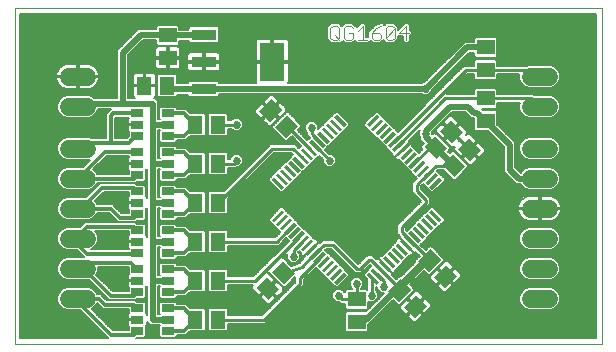
<source format=gtl>
G75*
%MOIN*%
%OFA0B0*%
%FSLAX25Y25*%
%IPPOS*%
%LPD*%
%AMOC8*
5,1,8,0,0,1.08239X$1,22.5*
%
%ADD10C,0.00000*%
%ADD11C,0.00400*%
%ADD12C,0.05906*%
%ADD13R,0.05906X0.05118*%
%ADD14R,0.05118X0.05906*%
%ADD15R,0.03898X0.02717*%
%ADD16R,0.04724X0.01181*%
%ADD17R,0.01181X0.04724*%
%ADD18R,0.08465X0.03740*%
%ADD19R,0.08465X0.12795*%
%ADD20C,0.01200*%
%ADD21C,0.02000*%
%ADD22C,0.00600*%
%ADD23C,0.02700*%
%ADD24C,0.01000*%
%ADD25C,0.01500*%
D10*
X0001300Y0001300D02*
X0001300Y0113261D01*
X0197001Y0113261D01*
X0197001Y0001300D01*
X0001300Y0001300D01*
D11*
X0106500Y0103267D02*
X0107267Y0102500D01*
X0108802Y0102500D01*
X0109569Y0103267D01*
X0109569Y0106337D01*
X0108802Y0107104D01*
X0107267Y0107104D01*
X0106500Y0106337D01*
X0106500Y0103267D01*
X0108035Y0104035D02*
X0109569Y0102500D01*
X0111104Y0103267D02*
X0111871Y0102500D01*
X0113406Y0102500D01*
X0114173Y0103267D01*
X0114173Y0104802D01*
X0112639Y0104802D01*
X0111104Y0106337D02*
X0111104Y0103267D01*
X0115708Y0102500D02*
X0118777Y0102500D01*
X0117242Y0102500D02*
X0117242Y0107104D01*
X0115708Y0105569D01*
X0114173Y0106337D02*
X0113406Y0107104D01*
X0111871Y0107104D01*
X0111104Y0106337D01*
X0120312Y0104802D02*
X0120312Y0103267D01*
X0121079Y0102500D01*
X0122614Y0102500D01*
X0123381Y0103267D01*
X0123381Y0104035D01*
X0122614Y0104802D01*
X0120312Y0104802D01*
X0121846Y0106337D01*
X0123381Y0107104D01*
X0124916Y0106337D02*
X0125683Y0107104D01*
X0127218Y0107104D01*
X0127985Y0106337D01*
X0124916Y0103267D01*
X0125683Y0102500D01*
X0127218Y0102500D01*
X0127985Y0103267D01*
X0127985Y0106337D01*
X0124916Y0106337D02*
X0124916Y0103267D01*
X0129520Y0104802D02*
X0132589Y0104802D01*
X0131822Y0107104D02*
X0129520Y0104802D01*
X0131822Y0102500D02*
X0131822Y0107104D01*
D12*
X0173347Y0090300D02*
X0179253Y0090300D01*
X0179253Y0080300D02*
X0173347Y0080300D01*
X0173347Y0066300D02*
X0179253Y0066300D01*
X0179253Y0056300D02*
X0173347Y0056300D01*
X0173347Y0046300D02*
X0179253Y0046300D01*
X0179253Y0036300D02*
X0173347Y0036300D01*
X0173347Y0026300D02*
X0179253Y0026300D01*
X0179253Y0016300D02*
X0173347Y0016300D01*
X0025253Y0016300D02*
X0019347Y0016300D01*
X0019347Y0026300D02*
X0025253Y0026300D01*
X0025253Y0036300D02*
X0019347Y0036300D01*
X0019347Y0046300D02*
X0025253Y0046300D01*
X0025253Y0056300D02*
X0019347Y0056300D01*
X0019347Y0066300D02*
X0025253Y0066300D01*
X0025253Y0080300D02*
X0019347Y0080300D01*
X0019347Y0090300D02*
X0025253Y0090300D01*
D13*
X0052300Y0096560D03*
X0052300Y0104040D03*
X0158300Y0100040D03*
X0158300Y0092560D03*
X0158300Y0083040D03*
X0158300Y0075560D03*
X0115300Y0016040D03*
X0115300Y0008560D03*
D14*
G36*
X0129377Y0015048D02*
X0125758Y0018667D01*
X0129933Y0022842D01*
X0133552Y0019223D01*
X0129377Y0015048D01*
G37*
G36*
X0134667Y0009758D02*
X0131048Y0013377D01*
X0135223Y0017552D01*
X0138842Y0013933D01*
X0134667Y0009758D01*
G37*
G36*
X0144667Y0019758D02*
X0141048Y0023377D01*
X0145223Y0027552D01*
X0148842Y0023933D01*
X0144667Y0019758D01*
G37*
G36*
X0139377Y0025048D02*
X0135758Y0028667D01*
X0139933Y0032842D01*
X0143552Y0029223D01*
X0139377Y0025048D01*
G37*
G36*
X0087048Y0025223D02*
X0090667Y0028842D01*
X0094842Y0024667D01*
X0091223Y0021048D01*
X0087048Y0025223D01*
G37*
G36*
X0081758Y0019933D02*
X0085377Y0023552D01*
X0089552Y0019377D01*
X0085933Y0015758D01*
X0081758Y0019933D01*
G37*
X0069040Y0022300D03*
X0061560Y0022300D03*
X0061560Y0009300D03*
X0069040Y0009300D03*
X0069040Y0035300D03*
X0061560Y0035300D03*
X0061560Y0048300D03*
X0069040Y0048300D03*
X0069040Y0061300D03*
X0061560Y0061300D03*
X0061560Y0074300D03*
X0069040Y0074300D03*
G36*
X0086933Y0082842D02*
X0090552Y0079223D01*
X0086377Y0075048D01*
X0082758Y0078667D01*
X0086933Y0082842D01*
G37*
G36*
X0092223Y0077552D02*
X0095842Y0073933D01*
X0091667Y0069758D01*
X0088048Y0073377D01*
X0092223Y0077552D01*
G37*
X0052040Y0087300D03*
X0044560Y0087300D03*
G36*
X0145552Y0066377D02*
X0141933Y0062758D01*
X0137758Y0066933D01*
X0141377Y0070552D01*
X0145552Y0066377D01*
G37*
G36*
X0150842Y0071667D02*
X0147223Y0068048D01*
X0143048Y0072223D01*
X0146667Y0075842D01*
X0150842Y0071667D01*
G37*
G36*
X0156842Y0065667D02*
X0153223Y0062048D01*
X0149048Y0066223D01*
X0152667Y0069842D01*
X0156842Y0065667D01*
G37*
G36*
X0151552Y0060377D02*
X0147933Y0056758D01*
X0143758Y0060933D01*
X0147377Y0064552D01*
X0151552Y0060377D01*
G37*
D15*
X0052418Y0061300D03*
X0052418Y0057560D03*
X0052418Y0052040D03*
X0052418Y0048300D03*
X0052418Y0044560D03*
X0052418Y0039040D03*
X0052418Y0035300D03*
X0052418Y0031560D03*
X0052418Y0026040D03*
X0052418Y0022300D03*
X0052418Y0018560D03*
X0052418Y0013040D03*
X0052418Y0009300D03*
X0052418Y0005560D03*
X0042182Y0005560D03*
X0042182Y0009300D03*
X0042182Y0013040D03*
X0042182Y0018560D03*
X0042182Y0022300D03*
X0042182Y0026040D03*
X0042182Y0031560D03*
X0042182Y0035300D03*
X0042182Y0039040D03*
X0042182Y0044560D03*
X0042182Y0048300D03*
X0042182Y0052040D03*
X0042182Y0057560D03*
X0042182Y0061300D03*
X0042182Y0065040D03*
X0042182Y0070560D03*
X0042182Y0074300D03*
X0042182Y0078040D03*
X0052418Y0078040D03*
X0052418Y0074300D03*
X0052418Y0070560D03*
X0052418Y0065040D03*
D16*
G36*
X0091079Y0045123D02*
X0087740Y0041784D01*
X0086905Y0042619D01*
X0090244Y0045958D01*
X0091079Y0045123D01*
G37*
G36*
X0092471Y0043731D02*
X0089132Y0040392D01*
X0088297Y0041227D01*
X0091636Y0044566D01*
X0092471Y0043731D01*
G37*
G36*
X0093863Y0042340D02*
X0090524Y0039001D01*
X0089689Y0039836D01*
X0093028Y0043175D01*
X0093863Y0042340D01*
G37*
G36*
X0095255Y0040948D02*
X0091916Y0037609D01*
X0091081Y0038444D01*
X0094420Y0041783D01*
X0095255Y0040948D01*
G37*
G36*
X0096647Y0039556D02*
X0093308Y0036217D01*
X0092473Y0037052D01*
X0095812Y0040391D01*
X0096647Y0039556D01*
G37*
G36*
X0098039Y0038164D02*
X0094700Y0034825D01*
X0093865Y0035660D01*
X0097204Y0038999D01*
X0098039Y0038164D01*
G37*
G36*
X0099431Y0036772D02*
X0096092Y0033433D01*
X0095257Y0034268D01*
X0098596Y0037607D01*
X0099431Y0036772D01*
G37*
G36*
X0100823Y0035380D02*
X0097484Y0032041D01*
X0096649Y0032876D01*
X0099988Y0036215D01*
X0100823Y0035380D01*
G37*
G36*
X0102215Y0033988D02*
X0098876Y0030649D01*
X0098041Y0031484D01*
X0101380Y0034823D01*
X0102215Y0033988D01*
G37*
G36*
X0103607Y0032596D02*
X0100268Y0029257D01*
X0099433Y0030092D01*
X0102772Y0033431D01*
X0103607Y0032596D01*
G37*
G36*
X0104999Y0031204D02*
X0101660Y0027865D01*
X0100825Y0028700D01*
X0104164Y0032039D01*
X0104999Y0031204D01*
G37*
G36*
X0106391Y0029812D02*
X0103052Y0026473D01*
X0102217Y0027308D01*
X0105556Y0030647D01*
X0106391Y0029812D01*
G37*
G36*
X0107783Y0028420D02*
X0104444Y0025081D01*
X0103609Y0025916D01*
X0106948Y0029255D01*
X0107783Y0028420D01*
G37*
G36*
X0109175Y0027028D02*
X0105836Y0023689D01*
X0105001Y0024524D01*
X0108340Y0027863D01*
X0109175Y0027028D01*
G37*
G36*
X0110566Y0025636D02*
X0107227Y0022297D01*
X0106392Y0023132D01*
X0109731Y0026471D01*
X0110566Y0025636D01*
G37*
G36*
X0111958Y0024244D02*
X0108619Y0020905D01*
X0107784Y0021740D01*
X0111123Y0025079D01*
X0111958Y0024244D01*
G37*
G36*
X0143695Y0055981D02*
X0140356Y0052642D01*
X0139521Y0053477D01*
X0142860Y0056816D01*
X0143695Y0055981D01*
G37*
G36*
X0142303Y0057373D02*
X0138964Y0054034D01*
X0138129Y0054869D01*
X0141468Y0058208D01*
X0142303Y0057373D01*
G37*
G36*
X0140911Y0058764D02*
X0137572Y0055425D01*
X0136737Y0056260D01*
X0140076Y0059599D01*
X0140911Y0058764D01*
G37*
G36*
X0139519Y0060156D02*
X0136180Y0056817D01*
X0135345Y0057652D01*
X0138684Y0060991D01*
X0139519Y0060156D01*
G37*
G36*
X0138127Y0061548D02*
X0134788Y0058209D01*
X0133953Y0059044D01*
X0137292Y0062383D01*
X0138127Y0061548D01*
G37*
G36*
X0136735Y0062940D02*
X0133396Y0059601D01*
X0132561Y0060436D01*
X0135900Y0063775D01*
X0136735Y0062940D01*
G37*
G36*
X0135343Y0064332D02*
X0132004Y0060993D01*
X0131169Y0061828D01*
X0134508Y0065167D01*
X0135343Y0064332D01*
G37*
G36*
X0133951Y0065724D02*
X0130612Y0062385D01*
X0129777Y0063220D01*
X0133116Y0066559D01*
X0133951Y0065724D01*
G37*
G36*
X0132559Y0067116D02*
X0129220Y0063777D01*
X0128385Y0064612D01*
X0131724Y0067951D01*
X0132559Y0067116D01*
G37*
G36*
X0131167Y0068508D02*
X0127828Y0065169D01*
X0126993Y0066004D01*
X0130332Y0069343D01*
X0131167Y0068508D01*
G37*
G36*
X0129775Y0069900D02*
X0126436Y0066561D01*
X0125601Y0067396D01*
X0128940Y0070735D01*
X0129775Y0069900D01*
G37*
G36*
X0128383Y0071292D02*
X0125044Y0067953D01*
X0124209Y0068788D01*
X0127548Y0072127D01*
X0128383Y0071292D01*
G37*
G36*
X0126991Y0072684D02*
X0123652Y0069345D01*
X0122817Y0070180D01*
X0126156Y0073519D01*
X0126991Y0072684D01*
G37*
G36*
X0125599Y0074076D02*
X0122260Y0070737D01*
X0121425Y0071572D01*
X0124764Y0074911D01*
X0125599Y0074076D01*
G37*
G36*
X0124208Y0075468D02*
X0120869Y0072129D01*
X0120034Y0072964D01*
X0123373Y0076303D01*
X0124208Y0075468D01*
G37*
G36*
X0122816Y0076860D02*
X0119477Y0073521D01*
X0118642Y0074356D01*
X0121981Y0077695D01*
X0122816Y0076860D01*
G37*
D17*
G36*
X0111958Y0074356D02*
X0111123Y0073521D01*
X0107784Y0076860D01*
X0108619Y0077695D01*
X0111958Y0074356D01*
G37*
G36*
X0110566Y0072964D02*
X0109731Y0072129D01*
X0106392Y0075468D01*
X0107227Y0076303D01*
X0110566Y0072964D01*
G37*
G36*
X0109175Y0071572D02*
X0108340Y0070737D01*
X0105001Y0074076D01*
X0105836Y0074911D01*
X0109175Y0071572D01*
G37*
G36*
X0107783Y0070180D02*
X0106948Y0069345D01*
X0103609Y0072684D01*
X0104444Y0073519D01*
X0107783Y0070180D01*
G37*
G36*
X0106391Y0068788D02*
X0105556Y0067953D01*
X0102217Y0071292D01*
X0103052Y0072127D01*
X0106391Y0068788D01*
G37*
G36*
X0104999Y0067396D02*
X0104164Y0066561D01*
X0100825Y0069900D01*
X0101660Y0070735D01*
X0104999Y0067396D01*
G37*
G36*
X0103607Y0066004D02*
X0102772Y0065169D01*
X0099433Y0068508D01*
X0100268Y0069343D01*
X0103607Y0066004D01*
G37*
G36*
X0102215Y0064612D02*
X0101380Y0063777D01*
X0098041Y0067116D01*
X0098876Y0067951D01*
X0102215Y0064612D01*
G37*
G36*
X0100823Y0063220D02*
X0099988Y0062385D01*
X0096649Y0065724D01*
X0097484Y0066559D01*
X0100823Y0063220D01*
G37*
G36*
X0099431Y0061828D02*
X0098596Y0060993D01*
X0095257Y0064332D01*
X0096092Y0065167D01*
X0099431Y0061828D01*
G37*
G36*
X0098039Y0060436D02*
X0097204Y0059601D01*
X0093865Y0062940D01*
X0094700Y0063775D01*
X0098039Y0060436D01*
G37*
G36*
X0096647Y0059044D02*
X0095812Y0058209D01*
X0092473Y0061548D01*
X0093308Y0062383D01*
X0096647Y0059044D01*
G37*
G36*
X0095255Y0057652D02*
X0094420Y0056817D01*
X0091081Y0060156D01*
X0091916Y0060991D01*
X0095255Y0057652D01*
G37*
G36*
X0093863Y0056260D02*
X0093028Y0055425D01*
X0089689Y0058764D01*
X0090524Y0059599D01*
X0093863Y0056260D01*
G37*
G36*
X0092471Y0054869D02*
X0091636Y0054034D01*
X0088297Y0057373D01*
X0089132Y0058208D01*
X0092471Y0054869D01*
G37*
G36*
X0091079Y0053477D02*
X0090244Y0052642D01*
X0086905Y0055981D01*
X0087740Y0056816D01*
X0091079Y0053477D01*
G37*
G36*
X0129775Y0028700D02*
X0128940Y0027865D01*
X0125601Y0031204D01*
X0126436Y0032039D01*
X0129775Y0028700D01*
G37*
G36*
X0131167Y0030092D02*
X0130332Y0029257D01*
X0126993Y0032596D01*
X0127828Y0033431D01*
X0131167Y0030092D01*
G37*
G36*
X0132559Y0031484D02*
X0131724Y0030649D01*
X0128385Y0033988D01*
X0129220Y0034823D01*
X0132559Y0031484D01*
G37*
G36*
X0133951Y0032876D02*
X0133116Y0032041D01*
X0129777Y0035380D01*
X0130612Y0036215D01*
X0133951Y0032876D01*
G37*
G36*
X0135343Y0034268D02*
X0134508Y0033433D01*
X0131169Y0036772D01*
X0132004Y0037607D01*
X0135343Y0034268D01*
G37*
G36*
X0136735Y0035660D02*
X0135900Y0034825D01*
X0132561Y0038164D01*
X0133396Y0038999D01*
X0136735Y0035660D01*
G37*
G36*
X0138127Y0037052D02*
X0137292Y0036217D01*
X0133953Y0039556D01*
X0134788Y0040391D01*
X0138127Y0037052D01*
G37*
G36*
X0139519Y0038444D02*
X0138684Y0037609D01*
X0135345Y0040948D01*
X0136180Y0041783D01*
X0139519Y0038444D01*
G37*
G36*
X0140911Y0039836D02*
X0140076Y0039001D01*
X0136737Y0042340D01*
X0137572Y0043175D01*
X0140911Y0039836D01*
G37*
G36*
X0142303Y0041227D02*
X0141468Y0040392D01*
X0138129Y0043731D01*
X0138964Y0044566D01*
X0142303Y0041227D01*
G37*
G36*
X0143695Y0042619D02*
X0142860Y0041784D01*
X0139521Y0045123D01*
X0140356Y0045958D01*
X0143695Y0042619D01*
G37*
G36*
X0128383Y0027308D02*
X0127548Y0026473D01*
X0124209Y0029812D01*
X0125044Y0030647D01*
X0128383Y0027308D01*
G37*
G36*
X0126991Y0025916D02*
X0126156Y0025081D01*
X0122817Y0028420D01*
X0123652Y0029255D01*
X0126991Y0025916D01*
G37*
G36*
X0125599Y0024524D02*
X0124764Y0023689D01*
X0121425Y0027028D01*
X0122260Y0027863D01*
X0125599Y0024524D01*
G37*
G36*
X0124208Y0023132D02*
X0123373Y0022297D01*
X0120034Y0025636D01*
X0120869Y0026471D01*
X0124208Y0023132D01*
G37*
G36*
X0122816Y0021740D02*
X0121981Y0020905D01*
X0118642Y0024244D01*
X0119477Y0025079D01*
X0122816Y0021740D01*
G37*
D18*
X0064300Y0086190D03*
X0064300Y0095245D03*
X0064300Y0104300D03*
D19*
X0087135Y0095245D03*
D20*
X0061560Y0074300D02*
X0057820Y0078040D01*
X0052418Y0078040D01*
X0057820Y0070560D02*
X0061560Y0074300D01*
X0057820Y0070560D02*
X0052418Y0070560D01*
X0052418Y0065040D02*
X0057820Y0065040D01*
X0061560Y0061300D01*
X0057820Y0057560D01*
X0052418Y0057560D01*
X0052418Y0052040D02*
X0057820Y0052040D01*
X0061560Y0048300D01*
X0057820Y0044560D01*
X0052418Y0044560D01*
X0052418Y0039040D02*
X0057820Y0039040D01*
X0061560Y0035300D01*
X0057820Y0031560D01*
X0052418Y0031560D01*
X0052418Y0026040D02*
X0057820Y0026040D01*
X0061560Y0022300D01*
X0057820Y0018560D01*
X0052418Y0018560D01*
X0052418Y0013040D02*
X0057820Y0013040D01*
X0061560Y0009300D01*
X0057820Y0005560D01*
X0052418Y0005560D01*
X0042182Y0005560D02*
X0040922Y0004300D01*
X0033300Y0004300D01*
X0022300Y0015300D01*
X0022300Y0016300D01*
X0029300Y0016300D01*
X0031300Y0014300D01*
X0040922Y0014300D01*
X0042182Y0013040D01*
X0040922Y0017300D02*
X0033300Y0017300D01*
X0024300Y0026300D01*
X0022300Y0026300D01*
X0023300Y0026300D01*
X0025300Y0028300D01*
X0039922Y0028300D01*
X0042182Y0026040D01*
X0041922Y0031300D02*
X0025300Y0031300D01*
X0022300Y0034300D01*
X0022300Y0036300D01*
X0022300Y0037300D01*
X0025300Y0040300D01*
X0040922Y0040300D01*
X0042182Y0039040D01*
X0040922Y0043300D02*
X0036300Y0043300D01*
X0033300Y0046300D01*
X0022300Y0046300D01*
X0023300Y0046300D01*
X0030300Y0053300D01*
X0040922Y0053300D01*
X0042182Y0052040D01*
X0040922Y0056300D02*
X0022300Y0056300D01*
X0031300Y0065300D01*
X0041922Y0065300D01*
X0042182Y0065040D01*
X0039300Y0068300D02*
X0041560Y0070560D01*
X0042182Y0070560D01*
X0039300Y0068300D02*
X0033300Y0068300D01*
X0033300Y0077300D01*
X0034040Y0078040D01*
X0042182Y0078040D01*
X0033300Y0068300D02*
X0024300Y0068300D01*
X0022300Y0066300D01*
X0040922Y0056300D02*
X0042182Y0057560D01*
X0042182Y0044560D02*
X0040922Y0043300D01*
X0042182Y0031560D02*
X0041922Y0031300D01*
X0042182Y0018560D02*
X0040922Y0017300D01*
D21*
X0047300Y0022300D02*
X0052418Y0022300D01*
X0047300Y0022300D02*
X0047300Y0009300D01*
X0052418Y0009300D01*
X0047300Y0022300D02*
X0047300Y0035300D01*
X0052418Y0035300D01*
X0047300Y0035300D02*
X0047300Y0048300D01*
X0052418Y0048300D01*
X0047300Y0048300D02*
X0047300Y0061300D01*
X0052418Y0061300D01*
X0047300Y0061300D02*
X0047300Y0074300D01*
X0052418Y0074300D01*
X0047300Y0074300D02*
X0047300Y0081300D01*
X0037300Y0081300D01*
X0037300Y0098300D01*
X0043300Y0104300D01*
X0052040Y0104300D01*
X0052300Y0104040D01*
X0064040Y0104040D01*
X0064300Y0104300D01*
X0052040Y0087300D02*
X0053150Y0086190D01*
X0064300Y0086190D01*
X0064410Y0086300D01*
X0138300Y0086300D01*
X0152040Y0100040D01*
X0158300Y0100040D01*
X0152300Y0080300D02*
X0146300Y0080300D01*
X0138300Y0072300D01*
X0138300Y0071300D01*
X0138300Y0070011D01*
X0141655Y0066655D01*
X0147655Y0060655D01*
X0158300Y0075560D02*
X0166300Y0067560D01*
X0166300Y0059300D01*
X0169300Y0056300D01*
X0176300Y0056300D01*
X0158300Y0075560D02*
X0155560Y0078300D01*
X0154300Y0078300D01*
X0152300Y0080300D01*
X0139655Y0028945D02*
X0137945Y0028945D01*
X0118300Y0009300D01*
X0116040Y0009300D01*
X0115300Y0008560D01*
X0023300Y0081300D02*
X0022300Y0080300D01*
X0023300Y0081300D02*
X0037300Y0081300D01*
D22*
X0039200Y0083200D02*
X0039200Y0097513D01*
X0044087Y0102400D01*
X0048447Y0102400D01*
X0048447Y0101108D01*
X0048974Y0100581D01*
X0055626Y0100581D01*
X0056153Y0101108D01*
X0056153Y0102140D01*
X0059168Y0102140D01*
X0059168Y0102057D01*
X0059695Y0101530D01*
X0068905Y0101530D01*
X0069432Y0102057D01*
X0069432Y0106543D01*
X0068905Y0107070D01*
X0059695Y0107070D01*
X0059168Y0106543D01*
X0059168Y0105940D01*
X0056153Y0105940D01*
X0056153Y0106972D01*
X0055626Y0107499D01*
X0048974Y0107499D01*
X0048447Y0106972D01*
X0048447Y0106200D01*
X0042513Y0106200D01*
X0036513Y0100200D01*
X0035400Y0099087D01*
X0035400Y0083200D01*
X0027801Y0083200D01*
X0027435Y0083566D01*
X0026019Y0084153D01*
X0018581Y0084153D01*
X0017165Y0083566D01*
X0016081Y0082482D01*
X0015494Y0081066D01*
X0015494Y0079534D01*
X0016081Y0078118D01*
X0017165Y0077034D01*
X0018581Y0076447D01*
X0026019Y0076447D01*
X0027435Y0077034D01*
X0028519Y0078118D01*
X0029050Y0079400D01*
X0033279Y0079400D01*
X0032540Y0078661D01*
X0031800Y0077921D01*
X0031800Y0069800D01*
X0026871Y0069800D01*
X0026019Y0070153D01*
X0018581Y0070153D01*
X0017165Y0069566D01*
X0016081Y0068482D01*
X0015494Y0067066D01*
X0015494Y0065534D01*
X0016081Y0064118D01*
X0017165Y0063034D01*
X0018581Y0062447D01*
X0026019Y0062447D01*
X0026543Y0062664D01*
X0024031Y0060153D01*
X0018581Y0060153D01*
X0017165Y0059566D01*
X0016081Y0058482D01*
X0015494Y0057066D01*
X0015494Y0055534D01*
X0016081Y0054118D01*
X0017165Y0053034D01*
X0018581Y0052447D01*
X0026019Y0052447D01*
X0027435Y0053034D01*
X0028519Y0054118D01*
X0028802Y0054800D01*
X0041543Y0054800D01*
X0029679Y0054800D01*
X0025031Y0050153D01*
X0018581Y0050153D01*
X0017165Y0049566D01*
X0016081Y0048482D01*
X0015494Y0047066D01*
X0015494Y0045534D01*
X0016081Y0044118D01*
X0017165Y0043034D01*
X0018581Y0042447D01*
X0026019Y0042447D01*
X0027435Y0043034D01*
X0028519Y0044118D01*
X0028802Y0044800D01*
X0032679Y0044800D01*
X0035679Y0041800D01*
X0041543Y0041800D01*
X0024679Y0041800D01*
X0023031Y0040153D01*
X0018581Y0040153D01*
X0017165Y0039566D01*
X0016081Y0038482D01*
X0015494Y0037066D01*
X0015494Y0035534D01*
X0016081Y0034118D01*
X0017165Y0033034D01*
X0018581Y0032447D01*
X0022031Y0032447D01*
X0024326Y0030153D01*
X0018581Y0030153D01*
X0017165Y0029566D01*
X0016081Y0028482D01*
X0015494Y0027066D01*
X0015494Y0025534D01*
X0016081Y0024118D01*
X0017165Y0023034D01*
X0018581Y0022447D01*
X0026019Y0022447D01*
X0026028Y0022451D01*
X0032679Y0015800D01*
X0041543Y0015800D01*
X0031921Y0015800D01*
X0030800Y0016921D01*
X0029921Y0017800D01*
X0028802Y0017800D01*
X0028519Y0018482D01*
X0027435Y0019566D01*
X0026019Y0020153D01*
X0018581Y0020153D01*
X0017165Y0019566D01*
X0016081Y0018482D01*
X0015494Y0017066D01*
X0015494Y0015534D01*
X0016081Y0014118D01*
X0017165Y0013034D01*
X0018581Y0012447D01*
X0023031Y0012447D01*
X0032379Y0003100D01*
X0003100Y0003100D01*
X0003100Y0111300D01*
X0195201Y0111300D01*
X0195201Y0003100D01*
X0041843Y0003100D01*
X0042045Y0003302D01*
X0044503Y0003302D01*
X0045031Y0003829D01*
X0045031Y0007003D01*
X0045171Y0007144D01*
X0045342Y0007440D01*
X0045431Y0007771D01*
X0045431Y0008482D01*
X0045431Y0008482D01*
X0046513Y0007400D01*
X0049678Y0007400D01*
X0049569Y0007291D01*
X0049569Y0003829D01*
X0050096Y0003302D01*
X0054740Y0003302D01*
X0055267Y0003829D01*
X0055267Y0004060D01*
X0058441Y0004060D01*
X0059828Y0005447D01*
X0064492Y0005447D01*
X0065019Y0005974D01*
X0065019Y0012626D01*
X0064492Y0013153D01*
X0059828Y0013153D01*
X0058441Y0014540D01*
X0055267Y0014540D01*
X0055267Y0014771D01*
X0054740Y0015298D01*
X0050096Y0015298D01*
X0049569Y0014771D01*
X0049569Y0011309D01*
X0049678Y0011200D01*
X0049200Y0011200D01*
X0049200Y0020400D01*
X0049678Y0020400D01*
X0049569Y0020291D01*
X0049569Y0016829D01*
X0050096Y0016302D01*
X0054740Y0016302D01*
X0055267Y0016829D01*
X0055267Y0017060D01*
X0058441Y0017060D01*
X0059828Y0018447D01*
X0064492Y0018447D01*
X0065019Y0018974D01*
X0065019Y0025626D01*
X0064492Y0026153D01*
X0059828Y0026153D01*
X0058441Y0027540D01*
X0055267Y0027540D01*
X0055267Y0027771D01*
X0054740Y0028298D01*
X0050096Y0028298D01*
X0049569Y0027771D01*
X0049569Y0024309D01*
X0049678Y0024200D01*
X0049200Y0024200D01*
X0049200Y0033400D01*
X0049678Y0033400D01*
X0049569Y0033291D01*
X0049569Y0029829D01*
X0050096Y0029302D01*
X0054740Y0029302D01*
X0055267Y0029829D01*
X0055267Y0030060D01*
X0058441Y0030060D01*
X0059828Y0031447D01*
X0064492Y0031447D01*
X0065019Y0031974D01*
X0065019Y0038626D01*
X0064492Y0039153D01*
X0059828Y0039153D01*
X0058441Y0040540D01*
X0055267Y0040540D01*
X0055267Y0040771D01*
X0054740Y0041298D01*
X0050096Y0041298D01*
X0049569Y0040771D01*
X0049569Y0037309D01*
X0049678Y0037200D01*
X0049200Y0037200D01*
X0049200Y0046400D01*
X0049678Y0046400D01*
X0049569Y0046291D01*
X0049569Y0042829D01*
X0050096Y0042302D01*
X0054740Y0042302D01*
X0055267Y0042829D01*
X0055267Y0043060D01*
X0058441Y0043060D01*
X0059828Y0044447D01*
X0064492Y0044447D01*
X0065019Y0044974D01*
X0065019Y0051626D01*
X0064492Y0052153D01*
X0059828Y0052153D01*
X0059320Y0052661D01*
X0059320Y0052661D01*
X0058441Y0053540D01*
X0055267Y0053540D01*
X0055267Y0053771D01*
X0054740Y0054298D01*
X0050096Y0054298D01*
X0049569Y0053771D01*
X0049569Y0050309D01*
X0049678Y0050200D01*
X0049200Y0050200D01*
X0049200Y0059400D01*
X0049678Y0059400D01*
X0049569Y0059291D01*
X0049569Y0055829D01*
X0050096Y0055302D01*
X0054740Y0055302D01*
X0055267Y0055829D01*
X0055267Y0056060D01*
X0058441Y0056060D01*
X0059828Y0057447D01*
X0064492Y0057447D01*
X0065019Y0057974D01*
X0065019Y0064626D01*
X0064492Y0065153D01*
X0059828Y0065153D01*
X0058441Y0066540D01*
X0055267Y0066540D01*
X0055267Y0066771D01*
X0054740Y0067298D01*
X0050096Y0067298D01*
X0049569Y0066771D01*
X0049569Y0063309D01*
X0049678Y0063200D01*
X0049200Y0063200D01*
X0049200Y0072400D01*
X0049678Y0072400D01*
X0049569Y0072291D01*
X0049569Y0068829D01*
X0050096Y0068302D01*
X0054740Y0068302D01*
X0055267Y0068829D01*
X0055267Y0069060D01*
X0058441Y0069060D01*
X0059828Y0070447D01*
X0064492Y0070447D01*
X0065019Y0070974D01*
X0065019Y0077626D01*
X0064492Y0078153D01*
X0059828Y0078153D01*
X0058441Y0079540D01*
X0055267Y0079540D01*
X0055267Y0079771D01*
X0054740Y0080298D01*
X0050096Y0080298D01*
X0049569Y0079771D01*
X0049569Y0076309D01*
X0049678Y0076200D01*
X0049200Y0076200D01*
X0049200Y0082087D01*
X0048087Y0083200D01*
X0047732Y0083200D01*
X0047917Y0083307D01*
X0048159Y0083549D01*
X0048330Y0083845D01*
X0048419Y0084176D01*
X0048419Y0087000D01*
X0044860Y0087000D01*
X0044860Y0087600D01*
X0048419Y0087600D01*
X0048419Y0090424D01*
X0048330Y0090755D01*
X0048159Y0091051D01*
X0047917Y0091293D01*
X0047621Y0091464D01*
X0047290Y0091553D01*
X0044860Y0091553D01*
X0044860Y0087600D01*
X0044260Y0087600D01*
X0044260Y0091553D01*
X0041830Y0091553D01*
X0041499Y0091464D01*
X0041203Y0091293D01*
X0040961Y0091051D01*
X0040789Y0090755D01*
X0040701Y0090424D01*
X0040701Y0087600D01*
X0044260Y0087600D01*
X0044260Y0087000D01*
X0040701Y0087000D01*
X0040701Y0084176D01*
X0040789Y0083845D01*
X0040961Y0083549D01*
X0041203Y0083307D01*
X0041388Y0083200D01*
X0039200Y0083200D01*
X0039200Y0083296D02*
X0041221Y0083296D01*
X0040776Y0083895D02*
X0039200Y0083895D01*
X0039200Y0084493D02*
X0040701Y0084493D01*
X0040701Y0085092D02*
X0039200Y0085092D01*
X0039200Y0085690D02*
X0040701Y0085690D01*
X0040701Y0086289D02*
X0039200Y0086289D01*
X0039200Y0086887D02*
X0040701Y0086887D01*
X0040701Y0088084D02*
X0039200Y0088084D01*
X0039200Y0087486D02*
X0044260Y0087486D01*
X0044260Y0088084D02*
X0044860Y0088084D01*
X0044860Y0087486D02*
X0048581Y0087486D01*
X0048581Y0088084D02*
X0048419Y0088084D01*
X0048419Y0088683D02*
X0048581Y0088683D01*
X0048581Y0089281D02*
X0048419Y0089281D01*
X0048419Y0089880D02*
X0048581Y0089880D01*
X0048581Y0090478D02*
X0048404Y0090478D01*
X0048581Y0090626D02*
X0048581Y0083974D01*
X0049108Y0083447D01*
X0054972Y0083447D01*
X0055499Y0083974D01*
X0055499Y0084290D01*
X0059168Y0084290D01*
X0059168Y0083947D01*
X0059695Y0083420D01*
X0068905Y0083420D01*
X0069432Y0083947D01*
X0069432Y0084400D01*
X0137018Y0084400D01*
X0137368Y0084050D01*
X0139232Y0084050D01*
X0140550Y0085368D01*
X0140550Y0085863D01*
X0152827Y0098140D01*
X0154447Y0098140D01*
X0154447Y0097108D01*
X0154974Y0096581D01*
X0161626Y0096581D01*
X0162153Y0097108D01*
X0162153Y0102972D01*
X0161626Y0103499D01*
X0154974Y0103499D01*
X0154447Y0102972D01*
X0154447Y0101940D01*
X0151253Y0101940D01*
X0137863Y0088550D01*
X0137368Y0088550D01*
X0137018Y0088200D01*
X0092494Y0088200D01*
X0092578Y0088345D01*
X0092667Y0088676D01*
X0092667Y0094945D01*
X0087435Y0094945D01*
X0087435Y0095545D01*
X0092667Y0095545D01*
X0092667Y0101814D01*
X0092578Y0102144D01*
X0092407Y0102441D01*
X0092165Y0102683D01*
X0091869Y0102854D01*
X0091538Y0102943D01*
X0087435Y0102942D01*
X0087435Y0095545D01*
X0086835Y0095545D01*
X0086835Y0102943D01*
X0082731Y0102943D01*
X0082401Y0102854D01*
X0082104Y0102683D01*
X0081862Y0102441D01*
X0081691Y0102144D01*
X0081602Y0101814D01*
X0081602Y0095545D01*
X0086835Y0095545D01*
X0086835Y0094945D01*
X0081602Y0094945D01*
X0081602Y0088676D01*
X0081691Y0088345D01*
X0081775Y0088200D01*
X0069432Y0088200D01*
X0069432Y0088433D01*
X0068905Y0088960D01*
X0059695Y0088960D01*
X0059168Y0088433D01*
X0059168Y0088090D01*
X0055499Y0088090D01*
X0055499Y0090626D01*
X0054972Y0091153D01*
X0049108Y0091153D01*
X0048581Y0090626D01*
X0048133Y0091077D02*
X0049032Y0091077D01*
X0049176Y0092701D02*
X0052000Y0092701D01*
X0052000Y0096260D01*
X0048047Y0096260D01*
X0048047Y0093830D01*
X0048136Y0093499D01*
X0048307Y0093203D01*
X0048549Y0092961D01*
X0048845Y0092789D01*
X0049176Y0092701D01*
X0048702Y0092872D02*
X0039200Y0092872D01*
X0039200Y0092274D02*
X0059375Y0092274D01*
X0059269Y0092335D02*
X0059566Y0092163D01*
X0059897Y0092075D01*
X0064000Y0092075D01*
X0064000Y0094945D01*
X0058768Y0094945D01*
X0058768Y0093204D01*
X0058856Y0092873D01*
X0059027Y0092577D01*
X0059269Y0092335D01*
X0058857Y0092872D02*
X0055898Y0092872D01*
X0055755Y0092789D02*
X0056051Y0092961D01*
X0056293Y0093203D01*
X0056464Y0093499D01*
X0056553Y0093830D01*
X0056553Y0096260D01*
X0052600Y0096260D01*
X0052600Y0096860D01*
X0052000Y0096860D01*
X0052000Y0100419D01*
X0049176Y0100419D01*
X0048845Y0100330D01*
X0048549Y0100159D01*
X0048307Y0099917D01*
X0048136Y0099621D01*
X0048047Y0099290D01*
X0048047Y0096860D01*
X0052000Y0096860D01*
X0052000Y0096260D01*
X0052600Y0096260D01*
X0052600Y0092701D01*
X0055424Y0092701D01*
X0055755Y0092789D01*
X0056448Y0093471D02*
X0058768Y0093471D01*
X0058768Y0094069D02*
X0056553Y0094069D01*
X0056553Y0094668D02*
X0058768Y0094668D01*
X0058768Y0095545D02*
X0064000Y0095545D01*
X0064000Y0098415D01*
X0059897Y0098415D01*
X0059566Y0098326D01*
X0059269Y0098155D01*
X0059027Y0097913D01*
X0058856Y0097617D01*
X0058768Y0097286D01*
X0058768Y0095545D01*
X0058768Y0095865D02*
X0056553Y0095865D01*
X0056553Y0095266D02*
X0064000Y0095266D01*
X0064000Y0095545D02*
X0064000Y0094945D01*
X0064600Y0094945D01*
X0064600Y0095545D01*
X0064000Y0095545D01*
X0064000Y0095865D02*
X0064600Y0095865D01*
X0064600Y0095545D02*
X0064600Y0098415D01*
X0068703Y0098415D01*
X0069034Y0098326D01*
X0069330Y0098155D01*
X0069573Y0097913D01*
X0069744Y0097617D01*
X0069832Y0097286D01*
X0069832Y0095545D01*
X0064600Y0095545D01*
X0064600Y0095266D02*
X0086835Y0095266D01*
X0086835Y0095865D02*
X0087435Y0095865D01*
X0087435Y0096463D02*
X0086835Y0096463D01*
X0086835Y0097062D02*
X0087435Y0097062D01*
X0087435Y0097660D02*
X0086835Y0097660D01*
X0086835Y0098259D02*
X0087435Y0098259D01*
X0087435Y0098857D02*
X0086835Y0098857D01*
X0086835Y0099456D02*
X0087435Y0099456D01*
X0087435Y0100054D02*
X0086835Y0100054D01*
X0086835Y0100653D02*
X0087435Y0100653D01*
X0087435Y0101251D02*
X0086835Y0101251D01*
X0086835Y0101850D02*
X0087435Y0101850D01*
X0087435Y0102448D02*
X0086835Y0102448D01*
X0081870Y0102448D02*
X0069432Y0102448D01*
X0069432Y0103047D02*
X0105400Y0103047D01*
X0105400Y0102812D02*
X0106812Y0101400D01*
X0110025Y0101400D01*
X0110669Y0102044D01*
X0110669Y0102146D01*
X0110771Y0102044D01*
X0111416Y0101400D01*
X0113862Y0101400D01*
X0114506Y0102044D01*
X0114608Y0102146D01*
X0114608Y0102044D01*
X0115252Y0101400D01*
X0119233Y0101400D01*
X0119877Y0102044D01*
X0119877Y0102146D01*
X0119979Y0102044D01*
X0120623Y0101400D01*
X0123069Y0101400D01*
X0123714Y0102044D01*
X0123837Y0102167D01*
X0124148Y0102479D01*
X0124460Y0102167D01*
X0125227Y0101400D01*
X0127673Y0101400D01*
X0128318Y0102044D01*
X0128441Y0102167D01*
X0129075Y0102801D01*
X0129085Y0102812D01*
X0129085Y0103702D01*
X0130722Y0103702D01*
X0130722Y0102044D01*
X0131366Y0101400D01*
X0132277Y0101400D01*
X0132922Y0102044D01*
X0132922Y0103702D01*
X0133045Y0103702D01*
X0133689Y0104346D01*
X0133689Y0105258D01*
X0133045Y0105902D01*
X0132922Y0105902D01*
X0132922Y0107560D01*
X0132912Y0107569D01*
X0132277Y0108204D01*
X0131366Y0108204D01*
X0131345Y0108183D01*
X0130722Y0107560D01*
X0130722Y0107560D01*
X0129085Y0105923D01*
X0129085Y0106792D01*
X0129048Y0106830D01*
X0128441Y0107437D01*
X0128318Y0107560D01*
X0127673Y0108204D01*
X0125227Y0108204D01*
X0124583Y0107560D01*
X0124583Y0107560D01*
X0124460Y0107437D01*
X0124450Y0107426D01*
X0124161Y0108003D01*
X0123297Y0108292D01*
X0121587Y0107437D01*
X0121391Y0107437D01*
X0121195Y0107241D01*
X0120947Y0107117D01*
X0120885Y0106931D01*
X0119856Y0105902D01*
X0119212Y0105258D01*
X0119212Y0103600D01*
X0118342Y0103600D01*
X0118342Y0107560D01*
X0117698Y0108204D01*
X0116787Y0108204D01*
X0116142Y0107560D01*
X0115273Y0106690D01*
X0115273Y0106792D01*
X0114506Y0107560D01*
X0113862Y0108204D01*
X0111416Y0108204D01*
X0111405Y0108194D01*
X0110771Y0107560D01*
X0110771Y0107560D01*
X0110648Y0107437D01*
X0110337Y0107125D01*
X0110025Y0107437D01*
X0109258Y0108204D01*
X0106812Y0108204D01*
X0106167Y0107560D01*
X0106167Y0107560D01*
X0106044Y0107437D01*
X0105400Y0106792D01*
X0105400Y0102812D01*
X0105763Y0102448D02*
X0092399Y0102448D01*
X0092657Y0101850D02*
X0106362Y0101850D01*
X0105400Y0103645D02*
X0069432Y0103645D01*
X0069432Y0104244D02*
X0105400Y0104244D01*
X0105400Y0104842D02*
X0069432Y0104842D01*
X0069432Y0105441D02*
X0105400Y0105441D01*
X0105400Y0106039D02*
X0069432Y0106039D01*
X0069337Y0106638D02*
X0105400Y0106638D01*
X0105844Y0107237D02*
X0055888Y0107237D01*
X0056153Y0106638D02*
X0059263Y0106638D01*
X0059168Y0106039D02*
X0056153Y0106039D01*
X0056153Y0101850D02*
X0059375Y0101850D01*
X0056153Y0101251D02*
X0081602Y0101251D01*
X0081602Y0100653D02*
X0055697Y0100653D01*
X0055755Y0100330D02*
X0055424Y0100419D01*
X0052600Y0100419D01*
X0052600Y0096860D01*
X0056553Y0096860D01*
X0056553Y0099290D01*
X0056464Y0099621D01*
X0056293Y0099917D01*
X0056051Y0100159D01*
X0055755Y0100330D01*
X0056156Y0100054D02*
X0081602Y0100054D01*
X0081602Y0099456D02*
X0056508Y0099456D01*
X0056553Y0098857D02*
X0081602Y0098857D01*
X0081602Y0098259D02*
X0069151Y0098259D01*
X0069719Y0097660D02*
X0081602Y0097660D01*
X0081602Y0097062D02*
X0069832Y0097062D01*
X0069832Y0096463D02*
X0081602Y0096463D01*
X0081602Y0095865D02*
X0069832Y0095865D01*
X0069832Y0094945D02*
X0069832Y0093204D01*
X0069744Y0092873D01*
X0069573Y0092577D01*
X0069330Y0092335D01*
X0069034Y0092163D01*
X0068703Y0092075D01*
X0064600Y0092075D01*
X0064600Y0094945D01*
X0069832Y0094945D01*
X0069832Y0094668D02*
X0081602Y0094668D01*
X0081602Y0094069D02*
X0069832Y0094069D01*
X0069832Y0093471D02*
X0081602Y0093471D01*
X0081602Y0092872D02*
X0069743Y0092872D01*
X0069225Y0092274D02*
X0081602Y0092274D01*
X0081602Y0091675D02*
X0039200Y0091675D01*
X0039200Y0091077D02*
X0040986Y0091077D01*
X0040715Y0090478D02*
X0039200Y0090478D01*
X0039200Y0089880D02*
X0040701Y0089880D01*
X0040701Y0089281D02*
X0039200Y0089281D01*
X0039200Y0088683D02*
X0040701Y0088683D01*
X0044260Y0088683D02*
X0044860Y0088683D01*
X0044860Y0089281D02*
X0044260Y0089281D01*
X0044260Y0089880D02*
X0044860Y0089880D01*
X0044860Y0090478D02*
X0044260Y0090478D01*
X0044260Y0091077D02*
X0044860Y0091077D01*
X0048152Y0093471D02*
X0039200Y0093471D01*
X0039200Y0094069D02*
X0048047Y0094069D01*
X0048047Y0094668D02*
X0039200Y0094668D01*
X0039200Y0095266D02*
X0048047Y0095266D01*
X0048047Y0095865D02*
X0039200Y0095865D01*
X0039200Y0096463D02*
X0052000Y0096463D01*
X0052000Y0095865D02*
X0052600Y0095865D01*
X0052600Y0096463D02*
X0058768Y0096463D01*
X0058768Y0097062D02*
X0056553Y0097062D01*
X0056553Y0097660D02*
X0058881Y0097660D01*
X0059449Y0098259D02*
X0056553Y0098259D01*
X0052600Y0098259D02*
X0052000Y0098259D01*
X0052000Y0098857D02*
X0052600Y0098857D01*
X0052600Y0099456D02*
X0052000Y0099456D01*
X0052000Y0100054D02*
X0052600Y0100054D01*
X0052600Y0097660D02*
X0052000Y0097660D01*
X0052000Y0097062D02*
X0052600Y0097062D01*
X0052600Y0095266D02*
X0052000Y0095266D01*
X0052000Y0094668D02*
X0052600Y0094668D01*
X0052600Y0094069D02*
X0052000Y0094069D01*
X0052000Y0093471D02*
X0052600Y0093471D01*
X0052600Y0092872D02*
X0052000Y0092872D01*
X0055048Y0091077D02*
X0081602Y0091077D01*
X0081602Y0090478D02*
X0055499Y0090478D01*
X0055499Y0089880D02*
X0081602Y0089880D01*
X0081602Y0089281D02*
X0055499Y0089281D01*
X0055499Y0088683D02*
X0059418Y0088683D01*
X0064000Y0092274D02*
X0064600Y0092274D01*
X0064600Y0092872D02*
X0064000Y0092872D01*
X0064000Y0093471D02*
X0064600Y0093471D01*
X0064600Y0094069D02*
X0064000Y0094069D01*
X0064000Y0094668D02*
X0064600Y0094668D01*
X0064600Y0096463D02*
X0064000Y0096463D01*
X0064000Y0097062D02*
X0064600Y0097062D01*
X0064600Y0097660D02*
X0064000Y0097660D01*
X0064000Y0098259D02*
X0064600Y0098259D01*
X0069225Y0101850D02*
X0081612Y0101850D01*
X0092667Y0101251D02*
X0150564Y0101251D01*
X0149966Y0100653D02*
X0092667Y0100653D01*
X0092667Y0100054D02*
X0149367Y0100054D01*
X0148769Y0099456D02*
X0092667Y0099456D01*
X0092667Y0098857D02*
X0148170Y0098857D01*
X0147572Y0098259D02*
X0092667Y0098259D01*
X0092667Y0097660D02*
X0146973Y0097660D01*
X0146375Y0097062D02*
X0092667Y0097062D01*
X0092667Y0096463D02*
X0145776Y0096463D01*
X0145178Y0095865D02*
X0092667Y0095865D01*
X0092667Y0094668D02*
X0143981Y0094668D01*
X0144579Y0095266D02*
X0087435Y0095266D01*
X0092667Y0094069D02*
X0143382Y0094069D01*
X0142784Y0093471D02*
X0092667Y0093471D01*
X0092667Y0092872D02*
X0142185Y0092872D01*
X0141587Y0092274D02*
X0092667Y0092274D01*
X0092667Y0091675D02*
X0140988Y0091675D01*
X0140390Y0091077D02*
X0092667Y0091077D01*
X0092667Y0090478D02*
X0139791Y0090478D01*
X0139193Y0089880D02*
X0092667Y0089880D01*
X0092667Y0089281D02*
X0138594Y0089281D01*
X0137996Y0088683D02*
X0092667Y0088683D01*
X0087732Y0083882D02*
X0087435Y0084054D01*
X0087105Y0084142D01*
X0086763Y0084142D01*
X0086432Y0084054D01*
X0086135Y0083882D01*
X0084139Y0081886D01*
X0086655Y0079369D01*
X0086231Y0078945D01*
X0083714Y0081461D01*
X0081718Y0079465D01*
X0081546Y0079168D01*
X0081458Y0078837D01*
X0081458Y0078495D01*
X0081546Y0078165D01*
X0081718Y0077868D01*
X0083436Y0076150D01*
X0086231Y0078945D01*
X0086655Y0078520D01*
X0083860Y0075725D01*
X0085579Y0074007D01*
X0085875Y0073836D01*
X0086206Y0073747D01*
X0086548Y0073747D01*
X0086879Y0073836D01*
X0087175Y0074007D01*
X0089172Y0076004D01*
X0086655Y0078520D01*
X0087080Y0078945D01*
X0086655Y0079369D01*
X0089450Y0082164D01*
X0087732Y0083882D01*
X0087711Y0083895D02*
X0140955Y0083895D01*
X0141553Y0084493D02*
X0139675Y0084493D01*
X0140274Y0085092D02*
X0142152Y0085092D01*
X0142751Y0085690D02*
X0140550Y0085690D01*
X0140976Y0086289D02*
X0143349Y0086289D01*
X0143948Y0086887D02*
X0141574Y0086887D01*
X0142173Y0087486D02*
X0144546Y0087486D01*
X0145145Y0088084D02*
X0142771Y0088084D01*
X0143370Y0088683D02*
X0145743Y0088683D01*
X0146342Y0089281D02*
X0143968Y0089281D01*
X0144567Y0089880D02*
X0146940Y0089880D01*
X0147539Y0090478D02*
X0145165Y0090478D01*
X0145764Y0091077D02*
X0148137Y0091077D01*
X0148736Y0091675D02*
X0146362Y0091675D01*
X0146961Y0092274D02*
X0149334Y0092274D01*
X0149933Y0092872D02*
X0147559Y0092872D01*
X0148158Y0093471D02*
X0150531Y0093471D01*
X0150200Y0093140D02*
X0151020Y0093960D01*
X0154447Y0093960D01*
X0154447Y0095492D01*
X0154974Y0096019D01*
X0161626Y0096019D01*
X0162153Y0095492D01*
X0162153Y0093960D01*
X0172115Y0093960D01*
X0172581Y0094153D01*
X0180019Y0094153D01*
X0181435Y0093566D01*
X0182519Y0092482D01*
X0183105Y0091066D01*
X0183105Y0089534D01*
X0182519Y0088118D01*
X0181435Y0087034D01*
X0180019Y0086447D01*
X0172581Y0086447D01*
X0171165Y0087034D01*
X0170081Y0088118D01*
X0169494Y0089534D01*
X0169494Y0091066D01*
X0169533Y0091160D01*
X0162153Y0091160D01*
X0162153Y0089628D01*
X0161626Y0089101D01*
X0154974Y0089101D01*
X0154447Y0089628D01*
X0154447Y0091160D01*
X0152180Y0091160D01*
X0145460Y0084440D01*
X0154447Y0084440D01*
X0154447Y0085972D01*
X0154974Y0086499D01*
X0161626Y0086499D01*
X0162153Y0085972D01*
X0162153Y0084440D01*
X0174140Y0084440D01*
X0174427Y0084153D01*
X0180019Y0084153D01*
X0181435Y0083566D01*
X0182519Y0082482D01*
X0183105Y0081066D01*
X0183105Y0079534D01*
X0182519Y0078118D01*
X0181435Y0077034D01*
X0180019Y0076447D01*
X0172581Y0076447D01*
X0171165Y0077034D01*
X0170081Y0078118D01*
X0169494Y0079534D01*
X0169494Y0081066D01*
X0169732Y0081640D01*
X0162153Y0081640D01*
X0162153Y0080108D01*
X0161626Y0079581D01*
X0156966Y0079581D01*
X0157460Y0079087D01*
X0157528Y0079019D01*
X0161626Y0079019D01*
X0162153Y0078492D01*
X0162153Y0074394D01*
X0167087Y0069460D01*
X0168200Y0068347D01*
X0168200Y0060087D01*
X0170000Y0058287D01*
X0170081Y0058482D01*
X0171165Y0059566D01*
X0172581Y0060153D01*
X0180019Y0060153D01*
X0181435Y0059566D01*
X0182519Y0058482D01*
X0183105Y0057066D01*
X0183105Y0055534D01*
X0182519Y0054118D01*
X0181435Y0053034D01*
X0180019Y0052447D01*
X0172581Y0052447D01*
X0171165Y0053034D01*
X0170081Y0054118D01*
X0169964Y0054400D01*
X0168513Y0054400D01*
X0167400Y0055513D01*
X0164400Y0058513D01*
X0164400Y0066773D01*
X0159072Y0072101D01*
X0154974Y0072101D01*
X0154447Y0072628D01*
X0154447Y0076400D01*
X0153513Y0076400D01*
X0151513Y0078400D01*
X0147087Y0078400D01*
X0140550Y0071863D01*
X0140550Y0070999D01*
X0141004Y0071453D01*
X0141750Y0071453D01*
X0146453Y0066750D01*
X0146453Y0066004D01*
X0145723Y0065274D01*
X0146274Y0064723D01*
X0147004Y0065453D01*
X0147750Y0065453D01*
X0152453Y0060750D01*
X0152453Y0060004D01*
X0148306Y0055858D01*
X0147561Y0055858D01*
X0144163Y0059255D01*
X0142235Y0059255D01*
X0141965Y0058985D01*
X0143204Y0057746D01*
X0143204Y0057716D01*
X0143233Y0057716D01*
X0144596Y0056354D01*
X0144596Y0055609D01*
X0140728Y0051741D01*
X0139982Y0051741D01*
X0138620Y0053103D01*
X0138620Y0053133D01*
X0138590Y0053133D01*
X0137351Y0054371D01*
X0136700Y0053720D01*
X0136700Y0052880D01*
X0139700Y0049880D01*
X0139700Y0047720D01*
X0138880Y0046900D01*
X0131700Y0039720D01*
X0131700Y0039056D01*
X0131939Y0038816D01*
X0133022Y0039900D01*
X0133052Y0039900D01*
X0133052Y0039929D01*
X0134414Y0041292D01*
X0134444Y0041292D01*
X0134444Y0041321D01*
X0135806Y0042683D01*
X0135836Y0042683D01*
X0135836Y0042713D01*
X0137198Y0044075D01*
X0137228Y0044075D01*
X0137228Y0044105D01*
X0138590Y0045467D01*
X0138620Y0045467D01*
X0138620Y0045497D01*
X0139982Y0046859D01*
X0140728Y0046859D01*
X0144596Y0042991D01*
X0144596Y0042246D01*
X0143233Y0040884D01*
X0143204Y0040884D01*
X0143204Y0040854D01*
X0141841Y0039492D01*
X0141812Y0039492D01*
X0141812Y0039462D01*
X0140449Y0038100D01*
X0140420Y0038100D01*
X0140420Y0038070D01*
X0139057Y0036708D01*
X0139028Y0036708D01*
X0139028Y0036678D01*
X0137665Y0035316D01*
X0137636Y0035316D01*
X0137636Y0035286D01*
X0136553Y0034203D01*
X0138287Y0032468D01*
X0139561Y0033742D01*
X0140306Y0033742D01*
X0144453Y0029596D01*
X0144453Y0028850D01*
X0139750Y0024147D01*
X0139004Y0024147D01*
X0137577Y0025575D01*
X0133025Y0021023D01*
X0134453Y0019596D01*
X0134453Y0018850D01*
X0129750Y0014147D01*
X0129004Y0014147D01*
X0127419Y0015732D01*
X0119153Y0007466D01*
X0119153Y0005628D01*
X0118626Y0005101D01*
X0111974Y0005101D01*
X0111447Y0005628D01*
X0111447Y0011492D01*
X0111974Y0012019D01*
X0118332Y0012019D01*
X0124363Y0018050D01*
X0123368Y0018050D01*
X0122050Y0019368D01*
X0122050Y0020004D01*
X0121700Y0020004D01*
X0121700Y0019082D01*
X0122550Y0018232D01*
X0122550Y0016368D01*
X0121232Y0015050D01*
X0119368Y0015050D01*
X0119153Y0015265D01*
X0119153Y0013108D01*
X0118626Y0012581D01*
X0111974Y0012581D01*
X0111447Y0013108D01*
X0111447Y0014640D01*
X0109980Y0014640D01*
X0109570Y0015050D01*
X0108368Y0015050D01*
X0107050Y0016368D01*
X0107050Y0018232D01*
X0108368Y0019550D01*
X0110232Y0019550D01*
X0111447Y0018335D01*
X0111447Y0018972D01*
X0111974Y0019499D01*
X0113900Y0019499D01*
X0113900Y0019518D01*
X0113050Y0020368D01*
X0113050Y0022232D01*
X0114368Y0023550D01*
X0116232Y0023550D01*
X0117550Y0022232D01*
X0117550Y0020368D01*
X0116700Y0019518D01*
X0116700Y0019499D01*
X0118626Y0019499D01*
X0118900Y0019225D01*
X0118900Y0022713D01*
X0117741Y0023872D01*
X0117741Y0024618D01*
X0119103Y0025980D01*
X0119133Y0025980D01*
X0119133Y0026010D01*
X0120216Y0027093D01*
X0119644Y0027664D01*
X0116880Y0024900D01*
X0114720Y0024900D01*
X0113900Y0025720D01*
X0106720Y0032900D01*
X0105056Y0032900D01*
X0104816Y0032661D01*
X0105900Y0031578D01*
X0105900Y0031548D01*
X0105929Y0031548D01*
X0107292Y0030186D01*
X0107292Y0030156D01*
X0107321Y0030156D01*
X0108683Y0028794D01*
X0108683Y0028764D01*
X0108713Y0028764D01*
X0110075Y0027402D01*
X0110075Y0027372D01*
X0110105Y0027372D01*
X0111467Y0026010D01*
X0111467Y0025980D01*
X0111497Y0025980D01*
X0112859Y0024618D01*
X0112859Y0023872D01*
X0108991Y0020004D01*
X0108246Y0020004D01*
X0106884Y0021367D01*
X0106884Y0021396D01*
X0106854Y0021396D01*
X0105492Y0022759D01*
X0105492Y0022788D01*
X0105462Y0022788D01*
X0104100Y0024151D01*
X0104100Y0024180D01*
X0104070Y0024180D01*
X0102708Y0025543D01*
X0102708Y0025572D01*
X0102678Y0025572D01*
X0101615Y0026635D01*
X0097700Y0022720D01*
X0097700Y0020720D01*
X0096880Y0019900D01*
X0084880Y0007900D01*
X0072499Y0007900D01*
X0072499Y0005974D01*
X0071972Y0005447D01*
X0066108Y0005447D01*
X0065581Y0005974D01*
X0065581Y0012626D01*
X0066108Y0013153D01*
X0071972Y0013153D01*
X0072499Y0012626D01*
X0072499Y0010700D01*
X0083720Y0010700D01*
X0094900Y0021880D01*
X0094900Y0023451D01*
X0091596Y0020147D01*
X0090850Y0020147D01*
X0086147Y0024850D01*
X0086147Y0025127D01*
X0085804Y0024784D01*
X0085879Y0024764D01*
X0086175Y0024593D01*
X0088172Y0022596D01*
X0085655Y0020080D01*
X0086080Y0019655D01*
X0088875Y0016860D01*
X0090593Y0018579D01*
X0090764Y0018875D01*
X0090853Y0019206D01*
X0090853Y0019548D01*
X0090764Y0019879D01*
X0090593Y0020175D01*
X0088596Y0022172D01*
X0086080Y0019655D01*
X0085655Y0019231D01*
X0083139Y0016714D01*
X0085135Y0014718D01*
X0085432Y0014546D01*
X0085763Y0014458D01*
X0086105Y0014458D01*
X0086435Y0014546D01*
X0086732Y0014718D01*
X0088450Y0016436D01*
X0085655Y0019231D01*
X0085231Y0019655D01*
X0082714Y0017139D01*
X0080718Y0019135D01*
X0080546Y0019432D01*
X0080458Y0019763D01*
X0080458Y0020105D01*
X0080546Y0020435D01*
X0080718Y0020732D01*
X0080886Y0020900D01*
X0072499Y0020900D01*
X0072499Y0018974D01*
X0071972Y0018447D01*
X0066108Y0018447D01*
X0065581Y0018974D01*
X0065581Y0025626D01*
X0066108Y0026153D01*
X0071972Y0026153D01*
X0072499Y0025626D01*
X0072499Y0023700D01*
X0080760Y0023700D01*
X0092655Y0035595D01*
X0091851Y0036399D01*
X0089352Y0033900D01*
X0072499Y0033900D01*
X0072499Y0031974D01*
X0071972Y0031447D01*
X0066108Y0031447D01*
X0065581Y0031974D01*
X0065581Y0038626D01*
X0066108Y0039153D01*
X0071972Y0039153D01*
X0072499Y0038626D01*
X0072499Y0036700D01*
X0088193Y0036700D01*
X0089871Y0038379D01*
X0088788Y0039462D01*
X0088788Y0039492D01*
X0088759Y0039492D01*
X0087396Y0040854D01*
X0087396Y0040884D01*
X0087367Y0040884D01*
X0086004Y0042246D01*
X0086004Y0042991D01*
X0089872Y0046859D01*
X0090618Y0046859D01*
X0091980Y0045497D01*
X0091980Y0045467D01*
X0092010Y0045467D01*
X0093372Y0044105D01*
X0093372Y0044075D01*
X0093402Y0044075D01*
X0094764Y0042713D01*
X0094764Y0042683D01*
X0094794Y0042683D01*
X0096156Y0041321D01*
X0096156Y0041292D01*
X0096186Y0041292D01*
X0097548Y0039929D01*
X0097548Y0039900D01*
X0097578Y0039900D01*
X0098940Y0038537D01*
X0098940Y0038508D01*
X0098969Y0038508D01*
X0100332Y0037145D01*
X0100332Y0037116D01*
X0100361Y0037116D01*
X0101353Y0036124D01*
X0101552Y0036124D01*
X0101882Y0036035D01*
X0102179Y0035864D01*
X0102717Y0035325D01*
X0100128Y0032736D01*
X0100128Y0032736D01*
X0102717Y0035325D01*
X0103119Y0034923D01*
X0103896Y0035700D01*
X0107880Y0035700D01*
X0115800Y0027780D01*
X0117900Y0029880D01*
X0118720Y0030700D01*
X0120569Y0030700D01*
X0121389Y0029880D01*
X0121913Y0029356D01*
X0122315Y0029758D01*
X0124904Y0027168D01*
X0122315Y0029758D01*
X0122853Y0030296D01*
X0123150Y0030467D01*
X0123480Y0030556D01*
X0123679Y0030556D01*
X0124671Y0031548D01*
X0124700Y0031548D01*
X0124700Y0031578D01*
X0126063Y0032940D01*
X0126092Y0032940D01*
X0126092Y0032969D01*
X0127455Y0034332D01*
X0127484Y0034332D01*
X0127484Y0034361D01*
X0128476Y0035353D01*
X0128476Y0035552D01*
X0128565Y0035882D01*
X0128736Y0036179D01*
X0129275Y0036717D01*
X0131864Y0034128D01*
X0131864Y0034128D01*
X0129275Y0036717D01*
X0129677Y0037119D01*
X0128900Y0037896D01*
X0128900Y0040880D01*
X0136820Y0048800D01*
X0134720Y0050900D01*
X0133900Y0051720D01*
X0133900Y0054880D01*
X0135371Y0056351D01*
X0134444Y0057279D01*
X0134444Y0057308D01*
X0134414Y0057308D01*
X0133052Y0058671D01*
X0133052Y0058700D01*
X0133022Y0058700D01*
X0131660Y0060063D01*
X0131660Y0060092D01*
X0131631Y0060092D01*
X0130268Y0061455D01*
X0130268Y0061484D01*
X0130239Y0061484D01*
X0129247Y0062476D01*
X0129048Y0062476D01*
X0128718Y0062565D01*
X0128421Y0062736D01*
X0127883Y0063274D01*
X0130472Y0065864D01*
X0130472Y0065864D01*
X0127883Y0063275D01*
X0127344Y0063813D01*
X0127173Y0064110D01*
X0127084Y0064440D01*
X0127084Y0064639D01*
X0126092Y0065631D01*
X0126092Y0065660D01*
X0126063Y0065660D01*
X0124700Y0067022D01*
X0124700Y0067052D01*
X0124671Y0067052D01*
X0123308Y0068414D01*
X0123308Y0068444D01*
X0123279Y0068444D01*
X0121916Y0069806D01*
X0121916Y0069836D01*
X0121887Y0069836D01*
X0120525Y0071198D01*
X0120525Y0071228D01*
X0120495Y0071228D01*
X0119133Y0072590D01*
X0119133Y0072620D01*
X0119103Y0072620D01*
X0117741Y0073982D01*
X0117741Y0074728D01*
X0121609Y0078596D01*
X0122354Y0078596D01*
X0123716Y0077233D01*
X0123716Y0077204D01*
X0123746Y0077204D01*
X0125108Y0075841D01*
X0125108Y0075812D01*
X0125138Y0075812D01*
X0126500Y0074449D01*
X0126500Y0074420D01*
X0126530Y0074420D01*
X0127892Y0073057D01*
X0127892Y0073028D01*
X0127922Y0073028D01*
X0129005Y0071945D01*
X0150200Y0093140D01*
X0148756Y0094069D02*
X0154447Y0094069D01*
X0154447Y0094668D02*
X0149355Y0094668D01*
X0149953Y0095266D02*
X0154447Y0095266D01*
X0154820Y0095865D02*
X0150552Y0095865D01*
X0151150Y0096463D02*
X0195201Y0096463D01*
X0195201Y0095865D02*
X0161780Y0095865D01*
X0162153Y0095266D02*
X0195201Y0095266D01*
X0195201Y0094668D02*
X0162153Y0094668D01*
X0162153Y0094069D02*
X0172379Y0094069D01*
X0169499Y0091077D02*
X0162153Y0091077D01*
X0162153Y0090478D02*
X0169494Y0090478D01*
X0169494Y0089880D02*
X0162153Y0089880D01*
X0161806Y0089281D02*
X0169599Y0089281D01*
X0169847Y0088683D02*
X0149703Y0088683D01*
X0150301Y0089281D02*
X0154794Y0089281D01*
X0154447Y0089880D02*
X0150900Y0089880D01*
X0151498Y0090478D02*
X0154447Y0090478D01*
X0154447Y0091077D02*
X0152097Y0091077D01*
X0149104Y0088084D02*
X0170114Y0088084D01*
X0170713Y0087486D02*
X0148506Y0087486D01*
X0147907Y0086887D02*
X0171519Y0086887D01*
X0169674Y0081501D02*
X0162153Y0081501D01*
X0162153Y0080902D02*
X0169494Y0080902D01*
X0169494Y0080303D02*
X0162153Y0080303D01*
X0161749Y0079705D02*
X0169494Y0079705D01*
X0169671Y0079106D02*
X0157440Y0079106D01*
X0162136Y0078508D02*
X0169919Y0078508D01*
X0170289Y0077909D02*
X0162153Y0077909D01*
X0162153Y0077311D02*
X0170888Y0077311D01*
X0171941Y0076712D02*
X0162153Y0076712D01*
X0162153Y0076114D02*
X0195201Y0076114D01*
X0195201Y0076712D02*
X0180659Y0076712D01*
X0181712Y0077311D02*
X0195201Y0077311D01*
X0195201Y0077909D02*
X0182311Y0077909D01*
X0182681Y0078508D02*
X0195201Y0078508D01*
X0195201Y0079106D02*
X0182929Y0079106D01*
X0183105Y0079705D02*
X0195201Y0079705D01*
X0195201Y0080303D02*
X0183105Y0080303D01*
X0183105Y0080902D02*
X0195201Y0080902D01*
X0195201Y0081501D02*
X0182926Y0081501D01*
X0182678Y0082099D02*
X0195201Y0082099D01*
X0195201Y0082698D02*
X0182304Y0082698D01*
X0181705Y0083296D02*
X0195201Y0083296D01*
X0195201Y0083895D02*
X0180642Y0083895D01*
X0181081Y0086887D02*
X0195201Y0086887D01*
X0195201Y0086289D02*
X0161836Y0086289D01*
X0162153Y0085690D02*
X0195201Y0085690D01*
X0195201Y0085092D02*
X0162153Y0085092D01*
X0162153Y0084493D02*
X0195201Y0084493D01*
X0195201Y0087486D02*
X0181887Y0087486D01*
X0182486Y0088084D02*
X0195201Y0088084D01*
X0195201Y0088683D02*
X0182753Y0088683D01*
X0183001Y0089281D02*
X0195201Y0089281D01*
X0195201Y0089880D02*
X0183105Y0089880D01*
X0183105Y0090478D02*
X0195201Y0090478D01*
X0195201Y0091077D02*
X0183101Y0091077D01*
X0182853Y0091675D02*
X0195201Y0091675D01*
X0195201Y0092274D02*
X0182605Y0092274D01*
X0182129Y0092872D02*
X0195201Y0092872D01*
X0195201Y0093471D02*
X0181531Y0093471D01*
X0180221Y0094069D02*
X0195201Y0094069D01*
X0195201Y0097062D02*
X0162106Y0097062D01*
X0162153Y0097660D02*
X0195201Y0097660D01*
X0195201Y0098259D02*
X0162153Y0098259D01*
X0162153Y0098857D02*
X0195201Y0098857D01*
X0195201Y0099456D02*
X0162153Y0099456D01*
X0162153Y0100054D02*
X0195201Y0100054D01*
X0195201Y0100653D02*
X0162153Y0100653D01*
X0162153Y0101251D02*
X0195201Y0101251D01*
X0195201Y0101850D02*
X0162153Y0101850D01*
X0162153Y0102448D02*
X0195201Y0102448D01*
X0195201Y0103047D02*
X0162078Y0103047D01*
X0154522Y0103047D02*
X0132922Y0103047D01*
X0132922Y0103645D02*
X0195201Y0103645D01*
X0195201Y0104244D02*
X0133587Y0104244D01*
X0133689Y0104842D02*
X0195201Y0104842D01*
X0195201Y0105441D02*
X0133506Y0105441D01*
X0132922Y0106039D02*
X0195201Y0106039D01*
X0195201Y0106638D02*
X0132922Y0106638D01*
X0132922Y0107237D02*
X0195201Y0107237D01*
X0195201Y0107835D02*
X0132646Y0107835D01*
X0130997Y0107835D02*
X0128042Y0107835D01*
X0128318Y0107560D02*
X0128318Y0107560D01*
X0128441Y0107437D02*
X0128441Y0107437D01*
X0128641Y0107237D02*
X0130399Y0107237D01*
X0129800Y0106638D02*
X0129085Y0106638D01*
X0129085Y0106039D02*
X0129202Y0106039D01*
X0129085Y0103645D02*
X0130722Y0103645D01*
X0130722Y0103047D02*
X0129085Y0103047D01*
X0128722Y0102448D02*
X0130722Y0102448D01*
X0130916Y0101850D02*
X0128123Y0101850D01*
X0128318Y0102044D02*
X0128318Y0102044D01*
X0128441Y0102167D02*
X0128441Y0102167D01*
X0124777Y0101850D02*
X0123519Y0101850D01*
X0123837Y0102167D02*
X0123837Y0102167D01*
X0124118Y0102448D02*
X0124179Y0102448D01*
X0124460Y0102167D02*
X0124460Y0102167D01*
X0120174Y0101850D02*
X0119683Y0101850D01*
X0119212Y0103645D02*
X0118342Y0103645D01*
X0118342Y0104244D02*
X0119212Y0104244D01*
X0119212Y0104842D02*
X0118342Y0104842D01*
X0118342Y0105441D02*
X0119395Y0105441D01*
X0119856Y0105902D02*
X0119856Y0105902D01*
X0119994Y0106039D02*
X0118342Y0106039D01*
X0118342Y0106638D02*
X0120592Y0106638D01*
X0121187Y0107237D02*
X0118342Y0107237D01*
X0118067Y0107835D02*
X0122384Y0107835D01*
X0124245Y0107835D02*
X0124858Y0107835D01*
X0116418Y0107835D02*
X0114230Y0107835D01*
X0114829Y0107237D02*
X0115819Y0107237D01*
X0116142Y0107560D02*
X0116142Y0107560D01*
X0111047Y0107835D02*
X0109626Y0107835D01*
X0110225Y0107237D02*
X0110448Y0107237D01*
X0110648Y0107437D02*
X0110648Y0107437D01*
X0106443Y0107835D02*
X0003100Y0107835D01*
X0003100Y0107237D02*
X0048712Y0107237D01*
X0048447Y0106638D02*
X0003100Y0106638D01*
X0003100Y0106039D02*
X0042352Y0106039D01*
X0041754Y0105441D02*
X0003100Y0105441D01*
X0003100Y0104842D02*
X0041155Y0104842D01*
X0040557Y0104244D02*
X0003100Y0104244D01*
X0003100Y0103645D02*
X0039958Y0103645D01*
X0039360Y0103047D02*
X0003100Y0103047D01*
X0003100Y0102448D02*
X0038761Y0102448D01*
X0038163Y0101850D02*
X0003100Y0101850D01*
X0003100Y0101251D02*
X0037564Y0101251D01*
X0036966Y0100653D02*
X0003100Y0100653D01*
X0003100Y0100054D02*
X0036367Y0100054D01*
X0035769Y0099456D02*
X0003100Y0099456D01*
X0003100Y0098857D02*
X0035400Y0098857D01*
X0035400Y0098259D02*
X0003100Y0098259D01*
X0003100Y0097660D02*
X0035400Y0097660D01*
X0035400Y0097062D02*
X0003100Y0097062D01*
X0003100Y0096463D02*
X0035400Y0096463D01*
X0035400Y0095865D02*
X0003100Y0095865D01*
X0003100Y0095266D02*
X0035400Y0095266D01*
X0035400Y0094668D02*
X0003100Y0094668D01*
X0003100Y0094069D02*
X0017377Y0094069D01*
X0017118Y0093937D02*
X0016577Y0093544D01*
X0016103Y0093070D01*
X0015710Y0092529D01*
X0015406Y0091932D01*
X0015199Y0091296D01*
X0015094Y0090635D01*
X0015094Y0090600D01*
X0022000Y0090600D01*
X0022000Y0094553D01*
X0019013Y0094553D01*
X0018351Y0094448D01*
X0017715Y0094241D01*
X0017118Y0093937D01*
X0016504Y0093471D02*
X0003100Y0093471D01*
X0003100Y0092872D02*
X0015959Y0092872D01*
X0015580Y0092274D02*
X0003100Y0092274D01*
X0003100Y0091675D02*
X0015322Y0091675D01*
X0015164Y0091077D02*
X0003100Y0091077D01*
X0003100Y0090478D02*
X0022000Y0090478D01*
X0022000Y0090600D02*
X0022000Y0090000D01*
X0022600Y0090000D01*
X0022600Y0090600D01*
X0022000Y0090600D01*
X0022000Y0091077D02*
X0022600Y0091077D01*
X0022600Y0090600D02*
X0022600Y0094553D01*
X0025587Y0094553D01*
X0026249Y0094448D01*
X0026885Y0094241D01*
X0027482Y0093937D01*
X0028023Y0093544D01*
X0028497Y0093070D01*
X0028890Y0092529D01*
X0029194Y0091932D01*
X0029401Y0091296D01*
X0029505Y0090635D01*
X0029505Y0090600D01*
X0022600Y0090600D01*
X0022600Y0090478D02*
X0035400Y0090478D01*
X0035400Y0089880D02*
X0029492Y0089880D01*
X0029505Y0089965D02*
X0029505Y0090000D01*
X0022600Y0090000D01*
X0022600Y0086047D01*
X0025587Y0086047D01*
X0026249Y0086152D01*
X0026885Y0086359D01*
X0027482Y0086663D01*
X0028023Y0087056D01*
X0028497Y0087530D01*
X0028890Y0088071D01*
X0029194Y0088667D01*
X0029401Y0089304D01*
X0029505Y0089965D01*
X0029393Y0089281D02*
X0035400Y0089281D01*
X0035400Y0088683D02*
X0029199Y0088683D01*
X0028897Y0088084D02*
X0035400Y0088084D01*
X0035400Y0087486D02*
X0028453Y0087486D01*
X0027791Y0086887D02*
X0035400Y0086887D01*
X0035400Y0086289D02*
X0026669Y0086289D01*
X0026642Y0083895D02*
X0035400Y0083895D01*
X0035400Y0084493D02*
X0003100Y0084493D01*
X0003100Y0083895D02*
X0017958Y0083895D01*
X0016895Y0083296D02*
X0003100Y0083296D01*
X0003100Y0082698D02*
X0016296Y0082698D01*
X0015922Y0082099D02*
X0003100Y0082099D01*
X0003100Y0081501D02*
X0015674Y0081501D01*
X0015494Y0080902D02*
X0003100Y0080902D01*
X0003100Y0080303D02*
X0015494Y0080303D01*
X0015494Y0079705D02*
X0003100Y0079705D01*
X0003100Y0079106D02*
X0015671Y0079106D01*
X0015919Y0078508D02*
X0003100Y0078508D01*
X0003100Y0077909D02*
X0016289Y0077909D01*
X0016888Y0077311D02*
X0003100Y0077311D01*
X0003100Y0076712D02*
X0017941Y0076712D01*
X0026659Y0076712D02*
X0031800Y0076712D01*
X0031800Y0076114D02*
X0003100Y0076114D01*
X0003100Y0075515D02*
X0031800Y0075515D01*
X0031800Y0074917D02*
X0003100Y0074917D01*
X0003100Y0074318D02*
X0031800Y0074318D01*
X0031800Y0073720D02*
X0003100Y0073720D01*
X0003100Y0073121D02*
X0031800Y0073121D01*
X0031800Y0072523D02*
X0003100Y0072523D01*
X0003100Y0071924D02*
X0031800Y0071924D01*
X0031800Y0071326D02*
X0003100Y0071326D01*
X0003100Y0070727D02*
X0031800Y0070727D01*
X0031800Y0070129D02*
X0026077Y0070129D01*
X0018523Y0070129D02*
X0003100Y0070129D01*
X0003100Y0069530D02*
X0017129Y0069530D01*
X0016530Y0068932D02*
X0003100Y0068932D01*
X0003100Y0068333D02*
X0016019Y0068333D01*
X0015771Y0067735D02*
X0003100Y0067735D01*
X0003100Y0067136D02*
X0015523Y0067136D01*
X0015494Y0066538D02*
X0003100Y0066538D01*
X0003100Y0065939D02*
X0015494Y0065939D01*
X0015574Y0065341D02*
X0003100Y0065341D01*
X0003100Y0064742D02*
X0015822Y0064742D01*
X0016070Y0064144D02*
X0003100Y0064144D01*
X0003100Y0063545D02*
X0016653Y0063545D01*
X0017375Y0062947D02*
X0003100Y0062947D01*
X0003100Y0062348D02*
X0026227Y0062348D01*
X0025628Y0061750D02*
X0003100Y0061750D01*
X0003100Y0061151D02*
X0025030Y0061151D01*
X0024431Y0060553D02*
X0003100Y0060553D01*
X0003100Y0059954D02*
X0018101Y0059954D01*
X0016954Y0059356D02*
X0003100Y0059356D01*
X0003100Y0058757D02*
X0016356Y0058757D01*
X0015947Y0058159D02*
X0003100Y0058159D01*
X0003100Y0057560D02*
X0015699Y0057560D01*
X0015494Y0056962D02*
X0003100Y0056962D01*
X0003100Y0056363D02*
X0015494Y0056363D01*
X0015494Y0055765D02*
X0003100Y0055765D01*
X0003100Y0055166D02*
X0015647Y0055166D01*
X0015895Y0054568D02*
X0003100Y0054568D01*
X0003100Y0053969D02*
X0016230Y0053969D01*
X0016828Y0053370D02*
X0003100Y0053370D01*
X0003100Y0052772D02*
X0017797Y0052772D01*
X0017680Y0049779D02*
X0003100Y0049779D01*
X0003100Y0049181D02*
X0016780Y0049181D01*
X0016181Y0048582D02*
X0003100Y0048582D01*
X0003100Y0047984D02*
X0015875Y0047984D01*
X0015627Y0047385D02*
X0003100Y0047385D01*
X0003100Y0046787D02*
X0015494Y0046787D01*
X0015494Y0046188D02*
X0003100Y0046188D01*
X0003100Y0045590D02*
X0015494Y0045590D01*
X0015719Y0044991D02*
X0003100Y0044991D01*
X0003100Y0044393D02*
X0015967Y0044393D01*
X0016404Y0043794D02*
X0003100Y0043794D01*
X0003100Y0043196D02*
X0017003Y0043196D01*
X0018219Y0042597D02*
X0003100Y0042597D01*
X0003100Y0041999D02*
X0035480Y0041999D01*
X0034881Y0042597D02*
X0026381Y0042597D01*
X0027597Y0043196D02*
X0034283Y0043196D01*
X0033684Y0043794D02*
X0028196Y0043794D01*
X0028633Y0044393D02*
X0033086Y0044393D01*
X0034934Y0046787D02*
X0038933Y0046787D01*
X0038933Y0046771D02*
X0039022Y0046440D01*
X0039193Y0046144D01*
X0039333Y0046003D01*
X0039333Y0044800D01*
X0036921Y0044800D01*
X0034800Y0046921D01*
X0033921Y0047800D01*
X0028802Y0047800D01*
X0028519Y0048482D01*
X0028061Y0048940D01*
X0030921Y0051800D01*
X0039333Y0051800D01*
X0039333Y0050597D01*
X0039193Y0050456D01*
X0039022Y0050160D01*
X0038933Y0049829D01*
X0038933Y0048600D01*
X0041882Y0048600D01*
X0041882Y0048000D01*
X0038933Y0048000D01*
X0038933Y0046771D01*
X0038933Y0047385D02*
X0034336Y0047385D01*
X0035533Y0046188D02*
X0039167Y0046188D01*
X0039333Y0045590D02*
X0036131Y0045590D01*
X0036730Y0044991D02*
X0039333Y0044991D01*
X0038933Y0047984D02*
X0028725Y0047984D01*
X0028419Y0048582D02*
X0041882Y0048582D01*
X0045400Y0049944D02*
X0045342Y0050160D01*
X0045171Y0050456D01*
X0045031Y0050597D01*
X0045031Y0053771D01*
X0044503Y0054298D01*
X0042045Y0054298D01*
X0041543Y0054800D01*
X0042045Y0055302D01*
X0044503Y0055302D01*
X0045031Y0055829D01*
X0045031Y0059003D01*
X0045171Y0059144D01*
X0045342Y0059440D01*
X0045400Y0059656D01*
X0045400Y0049944D01*
X0045400Y0050378D02*
X0045216Y0050378D01*
X0045031Y0050976D02*
X0045400Y0050976D01*
X0045400Y0051575D02*
X0045031Y0051575D01*
X0045031Y0052173D02*
X0045400Y0052173D01*
X0045400Y0052772D02*
X0045031Y0052772D01*
X0045031Y0053370D02*
X0045400Y0053370D01*
X0045400Y0053969D02*
X0044833Y0053969D01*
X0045400Y0054568D02*
X0041776Y0054568D01*
X0041909Y0055166D02*
X0045400Y0055166D01*
X0045400Y0055765D02*
X0044966Y0055765D01*
X0045031Y0056363D02*
X0045400Y0056363D01*
X0045400Y0056962D02*
X0045031Y0056962D01*
X0045031Y0057560D02*
X0045400Y0057560D01*
X0045400Y0058159D02*
X0045031Y0058159D01*
X0045031Y0058757D02*
X0045400Y0058757D01*
X0045400Y0059356D02*
X0045293Y0059356D01*
X0041882Y0061000D02*
X0038933Y0061000D01*
X0038933Y0059771D01*
X0039022Y0059440D01*
X0039193Y0059144D01*
X0039333Y0059003D01*
X0039333Y0057800D01*
X0028802Y0057800D01*
X0028519Y0058482D01*
X0027561Y0059440D01*
X0031921Y0063800D01*
X0039333Y0063800D01*
X0039333Y0063597D01*
X0039193Y0063456D01*
X0039022Y0063160D01*
X0038933Y0062829D01*
X0038933Y0061600D01*
X0041882Y0061600D01*
X0041882Y0061000D01*
X0041882Y0061151D02*
X0029272Y0061151D01*
X0028674Y0060553D02*
X0038933Y0060553D01*
X0038933Y0059954D02*
X0028075Y0059954D01*
X0027646Y0059356D02*
X0039070Y0059356D01*
X0039333Y0058757D02*
X0028244Y0058757D01*
X0028653Y0058159D02*
X0039333Y0058159D01*
X0038933Y0061750D02*
X0029871Y0061750D01*
X0030469Y0062348D02*
X0038933Y0062348D01*
X0038964Y0062947D02*
X0031068Y0062947D01*
X0031666Y0063545D02*
X0039282Y0063545D01*
X0049200Y0063545D02*
X0049569Y0063545D01*
X0049569Y0064144D02*
X0049200Y0064144D01*
X0049200Y0064742D02*
X0049569Y0064742D01*
X0049569Y0065341D02*
X0049200Y0065341D01*
X0049200Y0065939D02*
X0049569Y0065939D01*
X0049569Y0066538D02*
X0049200Y0066538D01*
X0049200Y0067136D02*
X0049934Y0067136D01*
X0049200Y0067735D02*
X0096277Y0067735D01*
X0096831Y0067181D02*
X0096027Y0066377D01*
X0094704Y0067700D01*
X0086460Y0067700D01*
X0085640Y0066880D01*
X0070913Y0052153D01*
X0066108Y0052153D01*
X0065581Y0051626D01*
X0065581Y0044974D01*
X0066108Y0044447D01*
X0071972Y0044447D01*
X0072499Y0044974D01*
X0072499Y0049779D01*
X0087620Y0064900D01*
X0093544Y0064900D01*
X0094047Y0064397D01*
X0092964Y0063314D01*
X0092964Y0063284D01*
X0092935Y0063284D01*
X0091572Y0061922D01*
X0091572Y0061892D01*
X0091543Y0061892D01*
X0090180Y0060530D01*
X0090180Y0060500D01*
X0090151Y0060500D01*
X0088788Y0059138D01*
X0088788Y0059108D01*
X0088759Y0059108D01*
X0087396Y0057746D01*
X0087396Y0057716D01*
X0087367Y0057716D01*
X0086004Y0056354D01*
X0086004Y0055609D01*
X0089872Y0051741D01*
X0090618Y0051741D01*
X0091980Y0053103D01*
X0091980Y0053133D01*
X0092010Y0053133D01*
X0093372Y0054495D01*
X0093372Y0054525D01*
X0093402Y0054525D01*
X0094764Y0055887D01*
X0094764Y0055916D01*
X0094794Y0055916D01*
X0096156Y0057279D01*
X0096156Y0057308D01*
X0096186Y0057308D01*
X0097548Y0058671D01*
X0097548Y0058700D01*
X0097578Y0058700D01*
X0098940Y0060063D01*
X0098940Y0060092D01*
X0098969Y0060092D01*
X0100332Y0061455D01*
X0100332Y0061484D01*
X0100361Y0061484D01*
X0101724Y0062847D01*
X0101724Y0062876D01*
X0101753Y0062876D01*
X0102837Y0063959D01*
X0104050Y0062746D01*
X0104050Y0061368D01*
X0105368Y0060050D01*
X0107232Y0060050D01*
X0108550Y0061368D01*
X0108550Y0063232D01*
X0107232Y0064550D01*
X0106206Y0064550D01*
X0104816Y0065939D01*
X0105900Y0067022D01*
X0105900Y0067052D01*
X0105929Y0067052D01*
X0107292Y0068414D01*
X0107292Y0068444D01*
X0107321Y0068444D01*
X0108683Y0069806D01*
X0108683Y0069836D01*
X0108713Y0069836D01*
X0110075Y0071198D01*
X0110075Y0071228D01*
X0110105Y0071228D01*
X0111467Y0072590D01*
X0111467Y0072620D01*
X0111497Y0072620D01*
X0112859Y0073982D01*
X0112859Y0074728D01*
X0108991Y0078596D01*
X0108246Y0078596D01*
X0106884Y0077233D01*
X0106884Y0077204D01*
X0106854Y0077204D01*
X0105492Y0075841D01*
X0105492Y0075812D01*
X0105462Y0075812D01*
X0104100Y0074449D01*
X0104100Y0074420D01*
X0104070Y0074420D01*
X0102708Y0073057D01*
X0102708Y0073028D01*
X0102678Y0073028D01*
X0102550Y0072900D01*
X0102550Y0074232D01*
X0101232Y0075550D01*
X0099368Y0075550D01*
X0098050Y0074232D01*
X0098050Y0072368D01*
X0098900Y0071518D01*
X0098900Y0070680D01*
X0099615Y0069965D01*
X0098811Y0069161D01*
X0095577Y0072395D01*
X0096742Y0073561D01*
X0096742Y0074306D01*
X0092596Y0078453D01*
X0091850Y0078453D01*
X0087147Y0073750D01*
X0087147Y0073004D01*
X0091294Y0068858D01*
X0092039Y0068858D01*
X0093597Y0070415D01*
X0096831Y0067181D01*
X0096787Y0067136D02*
X0095268Y0067136D01*
X0095866Y0066538D02*
X0096188Y0066538D01*
X0095679Y0068333D02*
X0054771Y0068333D01*
X0055267Y0068932D02*
X0091220Y0068932D01*
X0090621Y0069530D02*
X0058911Y0069530D01*
X0059510Y0070129D02*
X0090023Y0070129D01*
X0089424Y0070727D02*
X0072252Y0070727D01*
X0072499Y0070974D02*
X0071972Y0070447D01*
X0066108Y0070447D01*
X0065581Y0070974D01*
X0065581Y0077626D01*
X0066108Y0078153D01*
X0071972Y0078153D01*
X0072499Y0077626D01*
X0072499Y0075700D01*
X0073518Y0075700D01*
X0074368Y0076550D01*
X0076232Y0076550D01*
X0077550Y0075232D01*
X0077550Y0073368D01*
X0076232Y0072050D01*
X0074368Y0072050D01*
X0073518Y0072900D01*
X0072499Y0072900D01*
X0072499Y0070974D01*
X0072499Y0071326D02*
X0088826Y0071326D01*
X0088227Y0071924D02*
X0072499Y0071924D01*
X0072499Y0072523D02*
X0073895Y0072523D01*
X0076705Y0072523D02*
X0087629Y0072523D01*
X0087147Y0073121D02*
X0077303Y0073121D01*
X0077550Y0073720D02*
X0087147Y0073720D01*
X0087487Y0074318D02*
X0087716Y0074318D01*
X0088085Y0074917D02*
X0088314Y0074917D01*
X0088684Y0075515D02*
X0088913Y0075515D01*
X0089062Y0076114D02*
X0089511Y0076114D01*
X0089596Y0076428D02*
X0091593Y0078425D01*
X0091764Y0078721D01*
X0091853Y0079052D01*
X0091853Y0079394D01*
X0091764Y0079725D01*
X0091593Y0080021D01*
X0089875Y0081740D01*
X0087080Y0078945D01*
X0089596Y0076428D01*
X0089312Y0076712D02*
X0088463Y0076712D01*
X0088713Y0077311D02*
X0087865Y0077311D01*
X0088115Y0077909D02*
X0087266Y0077909D01*
X0087516Y0078508D02*
X0086668Y0078508D01*
X0086643Y0078508D02*
X0085794Y0078508D01*
X0086044Y0077909D02*
X0085196Y0077909D01*
X0085446Y0077311D02*
X0084597Y0077311D01*
X0084847Y0076712D02*
X0083999Y0076712D01*
X0084249Y0076114D02*
X0076668Y0076114D01*
X0077267Y0075515D02*
X0084070Y0075515D01*
X0084669Y0074917D02*
X0077550Y0074917D01*
X0077550Y0074318D02*
X0085267Y0074318D01*
X0082873Y0076712D02*
X0072499Y0076712D01*
X0072499Y0076114D02*
X0073932Y0076114D01*
X0072499Y0077311D02*
X0082275Y0077311D01*
X0081694Y0077909D02*
X0072215Y0077909D01*
X0065865Y0077909D02*
X0064735Y0077909D01*
X0065019Y0077311D02*
X0065581Y0077311D01*
X0065581Y0076712D02*
X0065019Y0076712D01*
X0065019Y0076114D02*
X0065581Y0076114D01*
X0065581Y0075515D02*
X0065019Y0075515D01*
X0065019Y0074917D02*
X0065581Y0074917D01*
X0065581Y0074318D02*
X0065019Y0074318D01*
X0065019Y0073720D02*
X0065581Y0073720D01*
X0065581Y0073121D02*
X0065019Y0073121D01*
X0065019Y0072523D02*
X0065581Y0072523D01*
X0065581Y0071924D02*
X0065019Y0071924D01*
X0065019Y0071326D02*
X0065581Y0071326D01*
X0065828Y0070727D02*
X0064772Y0070727D01*
X0058443Y0066538D02*
X0085298Y0066538D01*
X0085897Y0067136D02*
X0054902Y0067136D01*
X0059042Y0065939D02*
X0084699Y0065939D01*
X0084101Y0065341D02*
X0059640Y0065341D01*
X0064902Y0064742D02*
X0065698Y0064742D01*
X0065581Y0064626D02*
X0065581Y0057974D01*
X0066108Y0057447D01*
X0071972Y0057447D01*
X0072499Y0057974D01*
X0072499Y0059900D01*
X0074880Y0059900D01*
X0075030Y0060050D01*
X0076232Y0060050D01*
X0077550Y0061368D01*
X0077550Y0063232D01*
X0076232Y0064550D01*
X0074368Y0064550D01*
X0073050Y0063232D01*
X0073050Y0062700D01*
X0072499Y0062700D01*
X0072499Y0064626D01*
X0071972Y0065153D01*
X0066108Y0065153D01*
X0065581Y0064626D01*
X0065581Y0064144D02*
X0065019Y0064144D01*
X0065019Y0063545D02*
X0065581Y0063545D01*
X0065581Y0062947D02*
X0065019Y0062947D01*
X0065019Y0062348D02*
X0065581Y0062348D01*
X0065581Y0061750D02*
X0065019Y0061750D01*
X0065019Y0061151D02*
X0065581Y0061151D01*
X0065581Y0060553D02*
X0065019Y0060553D01*
X0065019Y0059954D02*
X0065581Y0059954D01*
X0065581Y0059356D02*
X0065019Y0059356D01*
X0065019Y0058757D02*
X0065581Y0058757D01*
X0065581Y0058159D02*
X0065019Y0058159D01*
X0064605Y0057560D02*
X0065995Y0057560D01*
X0072085Y0057560D02*
X0076320Y0057560D01*
X0075722Y0056962D02*
X0059343Y0056962D01*
X0058744Y0056363D02*
X0075123Y0056363D01*
X0074525Y0055765D02*
X0055203Y0055765D01*
X0055069Y0053969D02*
X0072729Y0053969D01*
X0072131Y0053370D02*
X0058611Y0053370D01*
X0059209Y0052772D02*
X0071532Y0052772D01*
X0070934Y0052173D02*
X0059808Y0052173D01*
X0065019Y0051575D02*
X0065581Y0051575D01*
X0065581Y0050976D02*
X0065019Y0050976D01*
X0065019Y0050378D02*
X0065581Y0050378D01*
X0065581Y0049779D02*
X0065019Y0049779D01*
X0065019Y0049181D02*
X0065581Y0049181D01*
X0065581Y0048582D02*
X0065019Y0048582D01*
X0065019Y0047984D02*
X0065581Y0047984D01*
X0065581Y0047385D02*
X0065019Y0047385D01*
X0065019Y0046787D02*
X0065581Y0046787D01*
X0065581Y0046188D02*
X0065019Y0046188D01*
X0065019Y0045590D02*
X0065581Y0045590D01*
X0065581Y0044991D02*
X0065019Y0044991D01*
X0059774Y0044393D02*
X0087406Y0044393D01*
X0088004Y0044991D02*
X0072499Y0044991D01*
X0072499Y0045590D02*
X0088603Y0045590D01*
X0089201Y0046188D02*
X0072499Y0046188D01*
X0072499Y0046787D02*
X0089800Y0046787D01*
X0090690Y0046787D02*
X0134807Y0046787D01*
X0135405Y0047385D02*
X0072499Y0047385D01*
X0072499Y0047984D02*
X0136004Y0047984D01*
X0136603Y0048582D02*
X0072499Y0048582D01*
X0072499Y0049181D02*
X0136439Y0049181D01*
X0135841Y0049779D02*
X0072499Y0049779D01*
X0073098Y0050378D02*
X0135242Y0050378D01*
X0134644Y0050976D02*
X0073696Y0050976D01*
X0074295Y0051575D02*
X0134045Y0051575D01*
X0133900Y0052173D02*
X0091051Y0052173D01*
X0091649Y0052772D02*
X0133900Y0052772D01*
X0133900Y0053370D02*
X0092248Y0053370D01*
X0092846Y0053969D02*
X0133900Y0053969D01*
X0133900Y0054568D02*
X0093445Y0054568D01*
X0094043Y0055166D02*
X0134186Y0055166D01*
X0134785Y0055765D02*
X0094642Y0055765D01*
X0095240Y0056363D02*
X0135360Y0056363D01*
X0134761Y0056962D02*
X0095839Y0056962D01*
X0096437Y0057560D02*
X0134163Y0057560D01*
X0133564Y0058159D02*
X0097036Y0058159D01*
X0097634Y0058757D02*
X0132966Y0058757D01*
X0132367Y0059356D02*
X0098233Y0059356D01*
X0098831Y0059954D02*
X0131769Y0059954D01*
X0131170Y0060553D02*
X0107735Y0060553D01*
X0108333Y0061151D02*
X0130572Y0061151D01*
X0129973Y0061750D02*
X0108550Y0061750D01*
X0108550Y0062348D02*
X0129375Y0062348D01*
X0128210Y0062947D02*
X0108550Y0062947D01*
X0108237Y0063545D02*
X0127612Y0063545D01*
X0128153Y0063545D02*
X0128153Y0063545D01*
X0128752Y0064144D02*
X0128752Y0064144D01*
X0129350Y0064742D02*
X0129350Y0064742D01*
X0129949Y0065341D02*
X0129949Y0065341D01*
X0130472Y0065864D02*
X0133062Y0068454D01*
X0132660Y0068856D01*
X0136400Y0072596D01*
X0136400Y0072582D01*
X0136050Y0072232D01*
X0136050Y0070368D01*
X0136400Y0070018D01*
X0136400Y0069224D01*
X0137513Y0068111D01*
X0137588Y0068036D01*
X0136858Y0067306D01*
X0136858Y0066561D01*
X0137199Y0066219D01*
X0135965Y0064985D01*
X0134882Y0066068D01*
X0134852Y0066068D01*
X0134852Y0066098D01*
X0133860Y0067090D01*
X0133860Y0067288D01*
X0133771Y0067619D01*
X0133600Y0067915D01*
X0133062Y0068454D01*
X0130472Y0065864D01*
X0130472Y0065864D01*
X0130547Y0065939D02*
X0130547Y0065939D01*
X0131146Y0066538D02*
X0131146Y0066538D01*
X0131744Y0067136D02*
X0131744Y0067136D01*
X0132343Y0067735D02*
X0132343Y0067735D01*
X0132941Y0068333D02*
X0132941Y0068333D01*
X0133182Y0068333D02*
X0137290Y0068333D01*
X0137513Y0068111D02*
X0137513Y0068111D01*
X0137286Y0067735D02*
X0133704Y0067735D01*
X0133860Y0067136D02*
X0136858Y0067136D01*
X0136881Y0066538D02*
X0134412Y0066538D01*
X0135010Y0065939D02*
X0136919Y0065939D01*
X0136321Y0065341D02*
X0135609Y0065341D01*
X0136692Y0068932D02*
X0132736Y0068932D01*
X0133334Y0069530D02*
X0136400Y0069530D01*
X0136289Y0070129D02*
X0133933Y0070129D01*
X0134531Y0070727D02*
X0136050Y0070727D01*
X0136050Y0071326D02*
X0135130Y0071326D01*
X0135728Y0071924D02*
X0136050Y0071924D01*
X0136327Y0072523D02*
X0136341Y0072523D01*
X0140550Y0071326D02*
X0140877Y0071326D01*
X0140611Y0071924D02*
X0141781Y0071924D01*
X0141747Y0072052D02*
X0141836Y0071721D01*
X0142007Y0071425D01*
X0144004Y0069428D01*
X0146520Y0071945D01*
X0143725Y0074740D01*
X0142007Y0073021D01*
X0141836Y0072725D01*
X0141747Y0072394D01*
X0141747Y0072052D01*
X0141782Y0072523D02*
X0141210Y0072523D01*
X0141808Y0073121D02*
X0142107Y0073121D01*
X0142407Y0073720D02*
X0142706Y0073720D01*
X0143005Y0074318D02*
X0143304Y0074318D01*
X0143604Y0074917D02*
X0144397Y0074917D01*
X0144150Y0075164D02*
X0145868Y0076882D01*
X0146165Y0077054D01*
X0146495Y0077142D01*
X0146837Y0077142D01*
X0147168Y0077054D01*
X0147465Y0076882D01*
X0149461Y0074886D01*
X0146945Y0072369D01*
X0147369Y0071945D01*
X0149886Y0074461D01*
X0151882Y0072465D01*
X0152054Y0072168D01*
X0152142Y0071837D01*
X0152142Y0071495D01*
X0152054Y0071165D01*
X0151902Y0070902D01*
X0152165Y0071054D01*
X0152495Y0071142D01*
X0152837Y0071142D01*
X0153168Y0071054D01*
X0153465Y0070882D01*
X0155461Y0068886D01*
X0152945Y0066369D01*
X0153369Y0065945D01*
X0155886Y0068461D01*
X0157882Y0066465D01*
X0158054Y0066168D01*
X0158142Y0065837D01*
X0158142Y0065495D01*
X0158054Y0065165D01*
X0157882Y0064868D01*
X0156164Y0063150D01*
X0153369Y0065945D01*
X0152945Y0065520D01*
X0155740Y0062725D01*
X0154021Y0061007D01*
X0153725Y0060836D01*
X0153394Y0060747D01*
X0153052Y0060747D01*
X0152721Y0060836D01*
X0152425Y0061007D01*
X0150428Y0063004D01*
X0152945Y0065520D01*
X0152520Y0065945D01*
X0149725Y0068740D01*
X0146945Y0071520D01*
X0147369Y0071945D01*
X0150150Y0069164D01*
X0152945Y0066369D01*
X0152520Y0065945D01*
X0150004Y0063428D01*
X0148007Y0065425D01*
X0147836Y0065721D01*
X0147747Y0066052D01*
X0147747Y0066394D01*
X0147836Y0066725D01*
X0147988Y0066988D01*
X0147725Y0066836D01*
X0147394Y0066747D01*
X0147052Y0066747D01*
X0146721Y0066836D01*
X0146425Y0067007D01*
X0144428Y0069004D01*
X0146945Y0071520D01*
X0146520Y0071945D01*
X0146945Y0072369D01*
X0144150Y0075164D01*
X0144202Y0075515D02*
X0144501Y0075515D01*
X0144801Y0076114D02*
X0145100Y0076114D01*
X0145399Y0076712D02*
X0145698Y0076712D01*
X0145998Y0077311D02*
X0152602Y0077311D01*
X0152004Y0077909D02*
X0146596Y0077909D01*
X0147634Y0076712D02*
X0153201Y0076712D01*
X0154447Y0076114D02*
X0148233Y0076114D01*
X0148831Y0075515D02*
X0154447Y0075515D01*
X0154447Y0074917D02*
X0149430Y0074917D01*
X0149743Y0074318D02*
X0148894Y0074318D01*
X0149144Y0073720D02*
X0148296Y0073720D01*
X0148546Y0073121D02*
X0147697Y0073121D01*
X0147947Y0072523D02*
X0147099Y0072523D01*
X0146791Y0072523D02*
X0145942Y0072523D01*
X0146192Y0073121D02*
X0145344Y0073121D01*
X0145594Y0073720D02*
X0144745Y0073720D01*
X0144995Y0074318D02*
X0144147Y0074318D01*
X0146500Y0071924D02*
X0146541Y0071924D01*
X0146750Y0071326D02*
X0145902Y0071326D01*
X0146152Y0070727D02*
X0145303Y0070727D01*
X0145553Y0070129D02*
X0144705Y0070129D01*
X0144955Y0069530D02*
X0144106Y0069530D01*
X0143902Y0069530D02*
X0143672Y0069530D01*
X0143303Y0070129D02*
X0143074Y0070129D01*
X0142705Y0070727D02*
X0142475Y0070727D01*
X0142106Y0071326D02*
X0141877Y0071326D01*
X0144271Y0068932D02*
X0144500Y0068932D01*
X0144869Y0068333D02*
X0145099Y0068333D01*
X0145468Y0067735D02*
X0145697Y0067735D01*
X0146066Y0067136D02*
X0146296Y0067136D01*
X0146453Y0066538D02*
X0147786Y0066538D01*
X0147777Y0065939D02*
X0146388Y0065939D01*
X0146892Y0065341D02*
X0145789Y0065341D01*
X0146255Y0064742D02*
X0146294Y0064742D01*
X0147862Y0065341D02*
X0148091Y0065341D01*
X0148460Y0064742D02*
X0148690Y0064742D01*
X0149059Y0064144D02*
X0149288Y0064144D01*
X0149657Y0063545D02*
X0149887Y0063545D01*
X0150121Y0063545D02*
X0150969Y0063545D01*
X0150719Y0064144D02*
X0151568Y0064144D01*
X0151318Y0064742D02*
X0152166Y0064742D01*
X0151916Y0065341D02*
X0152765Y0065341D01*
X0153124Y0065341D02*
X0153973Y0065341D01*
X0153723Y0064742D02*
X0154571Y0064742D01*
X0154321Y0064144D02*
X0155170Y0064144D01*
X0154920Y0063545D02*
X0155768Y0063545D01*
X0155518Y0062947D02*
X0164400Y0062947D01*
X0164400Y0063545D02*
X0156559Y0063545D01*
X0157158Y0064144D02*
X0164400Y0064144D01*
X0164400Y0064742D02*
X0157756Y0064742D01*
X0158101Y0065341D02*
X0164400Y0065341D01*
X0164400Y0065939D02*
X0158115Y0065939D01*
X0157809Y0066538D02*
X0164400Y0066538D01*
X0164037Y0067136D02*
X0157211Y0067136D01*
X0156612Y0067735D02*
X0163438Y0067735D01*
X0162840Y0068333D02*
X0156014Y0068333D01*
X0155757Y0068333D02*
X0154909Y0068333D01*
X0155159Y0067735D02*
X0154311Y0067735D01*
X0154560Y0067136D02*
X0153712Y0067136D01*
X0153962Y0066538D02*
X0153113Y0066538D01*
X0152776Y0066538D02*
X0151927Y0066538D01*
X0152177Y0067136D02*
X0151329Y0067136D01*
X0151579Y0067735D02*
X0150730Y0067735D01*
X0150980Y0068333D02*
X0150132Y0068333D01*
X0149725Y0068740D02*
X0149725Y0068740D01*
X0149533Y0068932D02*
X0150382Y0068932D01*
X0149783Y0069530D02*
X0148935Y0069530D01*
X0149185Y0070129D02*
X0148336Y0070129D01*
X0148586Y0070727D02*
X0147738Y0070727D01*
X0147988Y0071326D02*
X0147139Y0071326D01*
X0147349Y0071924D02*
X0147389Y0071924D01*
X0150627Y0073720D02*
X0154447Y0073720D01*
X0154447Y0074318D02*
X0150028Y0074318D01*
X0151226Y0073121D02*
X0154447Y0073121D01*
X0154552Y0072523D02*
X0151824Y0072523D01*
X0152119Y0071924D02*
X0159248Y0071924D01*
X0159847Y0071326D02*
X0152097Y0071326D01*
X0153620Y0070727D02*
X0160446Y0070727D01*
X0161044Y0070129D02*
X0154218Y0070129D01*
X0154817Y0069530D02*
X0161643Y0069530D01*
X0162241Y0068932D02*
X0155415Y0068932D01*
X0153374Y0065939D02*
X0153364Y0065939D01*
X0152526Y0065939D02*
X0152515Y0065939D01*
X0150485Y0062947D02*
X0150256Y0062947D01*
X0150854Y0062348D02*
X0151084Y0062348D01*
X0151453Y0061750D02*
X0151682Y0061750D01*
X0152051Y0061151D02*
X0152281Y0061151D01*
X0152453Y0060553D02*
X0164400Y0060553D01*
X0164400Y0061151D02*
X0154165Y0061151D01*
X0154764Y0061750D02*
X0164400Y0061750D01*
X0164400Y0062348D02*
X0155362Y0062348D01*
X0152403Y0059954D02*
X0164400Y0059954D01*
X0164400Y0059356D02*
X0151804Y0059356D01*
X0151206Y0058757D02*
X0164400Y0058757D01*
X0164754Y0058159D02*
X0150607Y0058159D01*
X0150009Y0057560D02*
X0165353Y0057560D01*
X0165951Y0056962D02*
X0149410Y0056962D01*
X0148812Y0056363D02*
X0166550Y0056363D01*
X0167148Y0055765D02*
X0144596Y0055765D01*
X0144587Y0056363D02*
X0147056Y0056363D01*
X0146457Y0056962D02*
X0143988Y0056962D01*
X0143390Y0057560D02*
X0145859Y0057560D01*
X0145260Y0058159D02*
X0142791Y0058159D01*
X0142193Y0058757D02*
X0144662Y0058757D01*
X0144153Y0055166D02*
X0167747Y0055166D01*
X0168345Y0054568D02*
X0143555Y0054568D01*
X0142956Y0053969D02*
X0170230Y0053969D01*
X0170828Y0053370D02*
X0142358Y0053370D01*
X0141759Y0052772D02*
X0171797Y0052772D01*
X0172351Y0050448D02*
X0171715Y0050241D01*
X0171118Y0049937D01*
X0170577Y0049544D01*
X0170103Y0049070D01*
X0169710Y0048529D01*
X0169406Y0047932D01*
X0169199Y0047296D01*
X0169094Y0046635D01*
X0169094Y0046600D01*
X0176000Y0046600D01*
X0176000Y0050553D01*
X0173013Y0050553D01*
X0172351Y0050448D01*
X0172136Y0050378D02*
X0139202Y0050378D01*
X0139700Y0049779D02*
X0170901Y0049779D01*
X0170214Y0049181D02*
X0139700Y0049181D01*
X0139700Y0048582D02*
X0169749Y0048582D01*
X0169432Y0047984D02*
X0139700Y0047984D01*
X0139365Y0047385D02*
X0169228Y0047385D01*
X0169119Y0046787D02*
X0140800Y0046787D01*
X0141399Y0046188D02*
X0176000Y0046188D01*
X0176000Y0046000D02*
X0169094Y0046000D01*
X0169094Y0045965D01*
X0169199Y0045304D01*
X0169406Y0044667D01*
X0169710Y0044071D01*
X0170103Y0043530D01*
X0170577Y0043056D01*
X0171118Y0042663D01*
X0171715Y0042359D01*
X0172351Y0042152D01*
X0173013Y0042047D01*
X0176000Y0042047D01*
X0176000Y0046000D01*
X0176600Y0046000D01*
X0176600Y0046600D01*
X0176000Y0046600D01*
X0176000Y0046000D01*
X0176000Y0045590D02*
X0176600Y0045590D01*
X0176600Y0046000D02*
X0176600Y0042047D01*
X0179587Y0042047D01*
X0180249Y0042152D01*
X0180885Y0042359D01*
X0181482Y0042663D01*
X0182023Y0043056D01*
X0182497Y0043530D01*
X0182890Y0044071D01*
X0183194Y0044667D01*
X0183401Y0045304D01*
X0183505Y0045965D01*
X0183505Y0046000D01*
X0176600Y0046000D01*
X0176600Y0046188D02*
X0195201Y0046188D01*
X0195201Y0045590D02*
X0183446Y0045590D01*
X0183299Y0044991D02*
X0195201Y0044991D01*
X0195201Y0044393D02*
X0183054Y0044393D01*
X0182689Y0043794D02*
X0195201Y0043794D01*
X0195201Y0043196D02*
X0182163Y0043196D01*
X0181353Y0042597D02*
X0195201Y0042597D01*
X0195201Y0041999D02*
X0144348Y0041999D01*
X0144596Y0042597D02*
X0171247Y0042597D01*
X0170437Y0043196D02*
X0144391Y0043196D01*
X0143793Y0043794D02*
X0169911Y0043794D01*
X0169546Y0044393D02*
X0143194Y0044393D01*
X0142596Y0044991D02*
X0169301Y0044991D01*
X0169154Y0045590D02*
X0141997Y0045590D01*
X0139910Y0046787D02*
X0138767Y0046787D01*
X0139311Y0046188D02*
X0138168Y0046188D01*
X0138713Y0045590D02*
X0137570Y0045590D01*
X0138114Y0044991D02*
X0136971Y0044991D01*
X0137516Y0044393D02*
X0136373Y0044393D01*
X0136917Y0043794D02*
X0135774Y0043794D01*
X0136319Y0043196D02*
X0135176Y0043196D01*
X0135720Y0042597D02*
X0134577Y0042597D01*
X0135122Y0041999D02*
X0133979Y0041999D01*
X0134523Y0041400D02*
X0133380Y0041400D01*
X0133925Y0040802D02*
X0132782Y0040802D01*
X0133326Y0040203D02*
X0132183Y0040203D01*
X0131700Y0039605D02*
X0132728Y0039605D01*
X0132129Y0039006D02*
X0131749Y0039006D01*
X0128900Y0039006D02*
X0098471Y0039006D01*
X0099069Y0038408D02*
X0128900Y0038408D01*
X0128987Y0037809D02*
X0099668Y0037809D01*
X0100266Y0037211D02*
X0129585Y0037211D01*
X0129380Y0036612D02*
X0129380Y0036612D01*
X0129169Y0036612D02*
X0100865Y0036612D01*
X0101920Y0036014D02*
X0128641Y0036014D01*
X0128476Y0035415D02*
X0108165Y0035415D01*
X0108763Y0034817D02*
X0127939Y0034817D01*
X0127341Y0034218D02*
X0109362Y0034218D01*
X0109960Y0033620D02*
X0126742Y0033620D01*
X0126144Y0033021D02*
X0110559Y0033021D01*
X0111157Y0032423D02*
X0125545Y0032423D01*
X0124947Y0031824D02*
X0111756Y0031824D01*
X0112354Y0031226D02*
X0124348Y0031226D01*
X0123750Y0030627D02*
X0120641Y0030627D01*
X0121240Y0030029D02*
X0122586Y0030029D01*
X0122642Y0029430D02*
X0122643Y0029430D01*
X0121987Y0029430D02*
X0121838Y0029430D01*
X0123241Y0028832D02*
X0123241Y0028832D01*
X0123839Y0028233D02*
X0123840Y0028233D01*
X0124438Y0027634D02*
X0124438Y0027634D01*
X0124904Y0027168D02*
X0124904Y0027168D01*
X0124905Y0027168D01*
X0127494Y0024579D01*
X0128033Y0025117D01*
X0128204Y0025414D01*
X0128292Y0025744D01*
X0128292Y0025943D01*
X0129284Y0026935D01*
X0129284Y0026964D01*
X0129314Y0026964D01*
X0130676Y0028326D01*
X0130676Y0028356D01*
X0130706Y0028356D01*
X0132068Y0029718D01*
X0132068Y0029748D01*
X0132098Y0029748D01*
X0133090Y0030740D01*
X0133288Y0030740D01*
X0133619Y0030829D01*
X0133915Y0031000D01*
X0134454Y0031538D01*
X0134856Y0031940D01*
X0136307Y0030489D01*
X0134858Y0029039D01*
X0134858Y0028545D01*
X0130055Y0023742D01*
X0129561Y0023742D01*
X0128544Y0022725D01*
X0127092Y0024177D01*
X0127494Y0024579D01*
X0124904Y0027168D01*
X0125036Y0027036D02*
X0125037Y0027036D01*
X0125635Y0026437D02*
X0125635Y0026437D01*
X0126233Y0025839D02*
X0126234Y0025839D01*
X0126832Y0025240D02*
X0126832Y0025240D01*
X0127430Y0024642D02*
X0127431Y0024642D01*
X0127557Y0024642D02*
X0130955Y0024642D01*
X0131553Y0025240D02*
X0128104Y0025240D01*
X0128292Y0025839D02*
X0132152Y0025839D01*
X0132750Y0026437D02*
X0128787Y0026437D01*
X0129386Y0027036D02*
X0133349Y0027036D01*
X0133948Y0027634D02*
X0129984Y0027634D01*
X0130583Y0028233D02*
X0134546Y0028233D01*
X0134858Y0028832D02*
X0131181Y0028832D01*
X0131780Y0029430D02*
X0135249Y0029430D01*
X0135847Y0030029D02*
X0132378Y0030029D01*
X0132977Y0030627D02*
X0136169Y0030627D01*
X0135570Y0031226D02*
X0134141Y0031226D01*
X0134454Y0031538D02*
X0131864Y0034128D01*
X0134454Y0031538D01*
X0134739Y0031824D02*
X0134972Y0031824D01*
X0134168Y0031824D02*
X0134168Y0031824D01*
X0133569Y0032423D02*
X0133569Y0032423D01*
X0132971Y0033021D02*
X0132971Y0033021D01*
X0132372Y0033620D02*
X0132372Y0033620D01*
X0131864Y0034128D02*
X0131864Y0034128D01*
X0131774Y0034218D02*
X0131774Y0034218D01*
X0131175Y0034817D02*
X0131175Y0034817D01*
X0130577Y0035415D02*
X0130577Y0035415D01*
X0129978Y0036014D02*
X0129978Y0036014D01*
X0128900Y0039605D02*
X0097872Y0039605D01*
X0097274Y0040203D02*
X0128900Y0040203D01*
X0128900Y0040802D02*
X0096675Y0040802D01*
X0096077Y0041400D02*
X0129420Y0041400D01*
X0130019Y0041999D02*
X0095478Y0041999D01*
X0094880Y0042597D02*
X0130617Y0042597D01*
X0131216Y0043196D02*
X0094281Y0043196D01*
X0093683Y0043794D02*
X0131814Y0043794D01*
X0132413Y0044393D02*
X0093084Y0044393D01*
X0092486Y0044991D02*
X0133011Y0044991D01*
X0133610Y0045590D02*
X0091887Y0045590D01*
X0091289Y0046188D02*
X0134208Y0046188D01*
X0138603Y0050976D02*
X0195201Y0050976D01*
X0195201Y0050378D02*
X0180464Y0050378D01*
X0180249Y0050448D02*
X0179587Y0050553D01*
X0176600Y0050553D01*
X0176600Y0046600D01*
X0183505Y0046600D01*
X0183505Y0046635D01*
X0183401Y0047296D01*
X0183194Y0047932D01*
X0182890Y0048529D01*
X0182497Y0049070D01*
X0182023Y0049544D01*
X0181482Y0049937D01*
X0180885Y0050241D01*
X0180249Y0050448D01*
X0181699Y0049779D02*
X0195201Y0049779D01*
X0195201Y0049181D02*
X0182386Y0049181D01*
X0182851Y0048582D02*
X0195201Y0048582D01*
X0195201Y0047984D02*
X0183168Y0047984D01*
X0183372Y0047385D02*
X0195201Y0047385D01*
X0195201Y0046787D02*
X0183481Y0046787D01*
X0176600Y0046787D02*
X0176000Y0046787D01*
X0176000Y0047385D02*
X0176600Y0047385D01*
X0176600Y0047984D02*
X0176000Y0047984D01*
X0176000Y0048582D02*
X0176600Y0048582D01*
X0176600Y0049181D02*
X0176000Y0049181D01*
X0176000Y0049779D02*
X0176600Y0049779D01*
X0176600Y0050378D02*
X0176000Y0050378D01*
X0180803Y0052772D02*
X0195201Y0052772D01*
X0195201Y0053370D02*
X0181772Y0053370D01*
X0182370Y0053969D02*
X0195201Y0053969D01*
X0195201Y0054568D02*
X0182705Y0054568D01*
X0182953Y0055166D02*
X0195201Y0055166D01*
X0195201Y0055765D02*
X0183105Y0055765D01*
X0183105Y0056363D02*
X0195201Y0056363D01*
X0195201Y0056962D02*
X0183105Y0056962D01*
X0182901Y0057560D02*
X0195201Y0057560D01*
X0195201Y0058159D02*
X0182653Y0058159D01*
X0182244Y0058757D02*
X0195201Y0058757D01*
X0195201Y0059356D02*
X0181646Y0059356D01*
X0180499Y0059954D02*
X0195201Y0059954D01*
X0195201Y0060553D02*
X0168200Y0060553D01*
X0168200Y0061151D02*
X0195201Y0061151D01*
X0195201Y0061750D02*
X0168200Y0061750D01*
X0168200Y0062348D02*
X0195201Y0062348D01*
X0195201Y0062947D02*
X0181225Y0062947D01*
X0181435Y0063034D02*
X0182519Y0064118D01*
X0183105Y0065534D01*
X0183105Y0067066D01*
X0182519Y0068482D01*
X0181435Y0069566D01*
X0180019Y0070153D01*
X0172581Y0070153D01*
X0171165Y0069566D01*
X0170081Y0068482D01*
X0169494Y0067066D01*
X0169494Y0065534D01*
X0170081Y0064118D01*
X0171165Y0063034D01*
X0172581Y0062447D01*
X0180019Y0062447D01*
X0181435Y0063034D01*
X0181947Y0063545D02*
X0195201Y0063545D01*
X0195201Y0064144D02*
X0182530Y0064144D01*
X0182778Y0064742D02*
X0195201Y0064742D01*
X0195201Y0065341D02*
X0183026Y0065341D01*
X0183105Y0065939D02*
X0195201Y0065939D01*
X0195201Y0066538D02*
X0183105Y0066538D01*
X0183077Y0067136D02*
X0195201Y0067136D01*
X0195201Y0067735D02*
X0182829Y0067735D01*
X0182581Y0068333D02*
X0195201Y0068333D01*
X0195201Y0068932D02*
X0182070Y0068932D01*
X0181471Y0069530D02*
X0195201Y0069530D01*
X0195201Y0070129D02*
X0180077Y0070129D01*
X0172523Y0070129D02*
X0166418Y0070129D01*
X0165820Y0070727D02*
X0195201Y0070727D01*
X0195201Y0071326D02*
X0165221Y0071326D01*
X0164622Y0071924D02*
X0195201Y0071924D01*
X0195201Y0072523D02*
X0164024Y0072523D01*
X0163425Y0073121D02*
X0195201Y0073121D01*
X0195201Y0073720D02*
X0162827Y0073720D01*
X0162228Y0074318D02*
X0195201Y0074318D01*
X0195201Y0074917D02*
X0162153Y0074917D01*
X0162153Y0075515D02*
X0195201Y0075515D01*
X0171129Y0069530D02*
X0167017Y0069530D01*
X0167615Y0068932D02*
X0170530Y0068932D01*
X0170019Y0068333D02*
X0168200Y0068333D01*
X0168200Y0067735D02*
X0169771Y0067735D01*
X0169523Y0067136D02*
X0168200Y0067136D01*
X0168200Y0066538D02*
X0169494Y0066538D01*
X0169494Y0065939D02*
X0168200Y0065939D01*
X0168200Y0065341D02*
X0169574Y0065341D01*
X0169822Y0064742D02*
X0168200Y0064742D01*
X0168200Y0064144D02*
X0170070Y0064144D01*
X0170653Y0063545D02*
X0168200Y0063545D01*
X0168200Y0062947D02*
X0171375Y0062947D01*
X0172101Y0059954D02*
X0168333Y0059954D01*
X0168931Y0059356D02*
X0170954Y0059356D01*
X0170356Y0058757D02*
X0169530Y0058757D01*
X0176000Y0044991D02*
X0176600Y0044991D01*
X0176600Y0044393D02*
X0176000Y0044393D01*
X0176000Y0043794D02*
X0176600Y0043794D01*
X0176600Y0043196D02*
X0176000Y0043196D01*
X0176000Y0042597D02*
X0176600Y0042597D01*
X0180019Y0040153D02*
X0172581Y0040153D01*
X0171165Y0039566D01*
X0170081Y0038482D01*
X0169494Y0037066D01*
X0169494Y0035534D01*
X0170081Y0034118D01*
X0171165Y0033034D01*
X0172581Y0032447D01*
X0180019Y0032447D01*
X0181435Y0033034D01*
X0182519Y0034118D01*
X0183105Y0035534D01*
X0183105Y0037066D01*
X0182519Y0038482D01*
X0181435Y0039566D01*
X0180019Y0040153D01*
X0181342Y0039605D02*
X0195201Y0039605D01*
X0195201Y0040203D02*
X0142553Y0040203D01*
X0141954Y0039605D02*
X0171258Y0039605D01*
X0170605Y0039006D02*
X0141356Y0039006D01*
X0140757Y0038408D02*
X0170050Y0038408D01*
X0169802Y0037809D02*
X0140159Y0037809D01*
X0139560Y0037211D02*
X0169554Y0037211D01*
X0169494Y0036612D02*
X0138962Y0036612D01*
X0138363Y0036014D02*
X0169494Y0036014D01*
X0169544Y0035415D02*
X0137765Y0035415D01*
X0137166Y0034817D02*
X0169791Y0034817D01*
X0170039Y0034218D02*
X0136568Y0034218D01*
X0137136Y0033620D02*
X0139438Y0033620D01*
X0138840Y0033021D02*
X0137735Y0033021D01*
X0140429Y0033620D02*
X0170579Y0033620D01*
X0171195Y0033021D02*
X0141027Y0033021D01*
X0141626Y0032423D02*
X0195201Y0032423D01*
X0195201Y0033021D02*
X0181405Y0033021D01*
X0182021Y0033620D02*
X0195201Y0033620D01*
X0195201Y0034218D02*
X0182561Y0034218D01*
X0182809Y0034817D02*
X0195201Y0034817D01*
X0195201Y0035415D02*
X0183056Y0035415D01*
X0183105Y0036014D02*
X0195201Y0036014D01*
X0195201Y0036612D02*
X0183105Y0036612D01*
X0183046Y0037211D02*
X0195201Y0037211D01*
X0195201Y0037809D02*
X0182798Y0037809D01*
X0182550Y0038408D02*
X0195201Y0038408D01*
X0195201Y0039006D02*
X0181995Y0039006D01*
X0195201Y0040802D02*
X0143151Y0040802D01*
X0143750Y0041400D02*
X0195201Y0041400D01*
X0195201Y0031824D02*
X0142224Y0031824D01*
X0142823Y0031226D02*
X0195201Y0031226D01*
X0195201Y0030627D02*
X0143422Y0030627D01*
X0144020Y0030029D02*
X0172281Y0030029D01*
X0172581Y0030153D02*
X0171165Y0029566D01*
X0170081Y0028482D01*
X0169494Y0027066D01*
X0169494Y0025534D01*
X0170081Y0024118D01*
X0171165Y0023034D01*
X0172581Y0022447D01*
X0180019Y0022447D01*
X0181435Y0023034D01*
X0182519Y0024118D01*
X0183105Y0025534D01*
X0183105Y0027066D01*
X0182519Y0028482D01*
X0181435Y0029566D01*
X0180019Y0030153D01*
X0172581Y0030153D01*
X0171029Y0029430D02*
X0144453Y0029430D01*
X0144434Y0028832D02*
X0144973Y0028832D01*
X0145052Y0028853D02*
X0144721Y0028764D01*
X0144425Y0028593D01*
X0142428Y0026596D01*
X0144945Y0024080D01*
X0147740Y0026875D01*
X0146021Y0028593D01*
X0145725Y0028764D01*
X0145394Y0028853D01*
X0145052Y0028853D01*
X0145473Y0028832D02*
X0170430Y0028832D01*
X0169978Y0028233D02*
X0146381Y0028233D01*
X0146980Y0027634D02*
X0169730Y0027634D01*
X0169494Y0027036D02*
X0147578Y0027036D01*
X0147303Y0026437D02*
X0148151Y0026437D01*
X0148164Y0026450D02*
X0149882Y0024732D01*
X0150054Y0024435D01*
X0150142Y0024105D01*
X0150142Y0023763D01*
X0150054Y0023432D01*
X0149882Y0023135D01*
X0147886Y0021139D01*
X0145369Y0023655D01*
X0144945Y0023231D01*
X0147461Y0020714D01*
X0145465Y0018718D01*
X0145168Y0018546D01*
X0144837Y0018458D01*
X0144495Y0018458D01*
X0144165Y0018546D01*
X0143868Y0018718D01*
X0142150Y0020436D01*
X0144945Y0023231D01*
X0144520Y0023655D01*
X0141725Y0020860D01*
X0140007Y0022579D01*
X0139836Y0022875D01*
X0139747Y0023206D01*
X0139747Y0023548D01*
X0139836Y0023879D01*
X0140007Y0024175D01*
X0142004Y0026172D01*
X0144520Y0023655D01*
X0144945Y0024080D01*
X0145369Y0023655D01*
X0148164Y0026450D01*
X0148177Y0026437D02*
X0169494Y0026437D01*
X0169494Y0025839D02*
X0148775Y0025839D01*
X0149374Y0025240D02*
X0169616Y0025240D01*
X0169864Y0024642D02*
X0149934Y0024642D01*
X0150142Y0024043D02*
X0170155Y0024043D01*
X0170754Y0023445D02*
X0150057Y0023445D01*
X0149593Y0022846D02*
X0171617Y0022846D01*
X0172581Y0020153D02*
X0171165Y0019566D01*
X0170081Y0018482D01*
X0169494Y0017066D01*
X0169494Y0015534D01*
X0170081Y0014118D01*
X0171165Y0013034D01*
X0172581Y0012447D01*
X0180019Y0012447D01*
X0181435Y0013034D01*
X0182519Y0014118D01*
X0183105Y0015534D01*
X0183105Y0017066D01*
X0182519Y0018482D01*
X0181435Y0019566D01*
X0180019Y0020153D01*
X0172581Y0020153D01*
X0171859Y0019854D02*
X0146601Y0019854D01*
X0147199Y0020452D02*
X0195201Y0020452D01*
X0195201Y0019854D02*
X0180741Y0019854D01*
X0181746Y0019255D02*
X0195201Y0019255D01*
X0195201Y0018657D02*
X0182345Y0018657D01*
X0182695Y0018058D02*
X0195201Y0018058D01*
X0195201Y0017460D02*
X0182943Y0017460D01*
X0183105Y0016861D02*
X0195201Y0016861D01*
X0195201Y0016263D02*
X0183105Y0016263D01*
X0183105Y0015664D02*
X0195201Y0015664D01*
X0195201Y0015066D02*
X0182912Y0015066D01*
X0182664Y0014467D02*
X0195201Y0014467D01*
X0195201Y0013869D02*
X0182270Y0013869D01*
X0181672Y0013270D02*
X0195201Y0013270D01*
X0195201Y0012672D02*
X0180561Y0012672D01*
X0172039Y0012672D02*
X0139419Y0012672D01*
X0139882Y0013135D02*
X0140054Y0013432D01*
X0140142Y0013763D01*
X0140142Y0014105D01*
X0140054Y0014435D01*
X0139882Y0014732D01*
X0138164Y0016450D01*
X0135369Y0013655D01*
X0137886Y0011139D01*
X0139882Y0013135D01*
X0139960Y0013270D02*
X0170928Y0013270D01*
X0170330Y0013869D02*
X0140142Y0013869D01*
X0140035Y0014467D02*
X0169936Y0014467D01*
X0169688Y0015066D02*
X0139548Y0015066D01*
X0138950Y0015664D02*
X0169494Y0015664D01*
X0169494Y0016263D02*
X0138351Y0016263D01*
X0137976Y0016263D02*
X0137128Y0016263D01*
X0137378Y0015664D02*
X0136529Y0015664D01*
X0136779Y0015066D02*
X0135931Y0015066D01*
X0136181Y0014467D02*
X0135332Y0014467D01*
X0134945Y0014080D02*
X0137740Y0016875D01*
X0136021Y0018593D01*
X0135725Y0018764D01*
X0135394Y0018853D01*
X0135052Y0018853D01*
X0134721Y0018764D01*
X0134425Y0018593D01*
X0132428Y0016596D01*
X0134945Y0014080D01*
X0135369Y0013655D01*
X0134945Y0013231D01*
X0137461Y0010714D01*
X0135465Y0008718D01*
X0135168Y0008546D01*
X0134837Y0008458D01*
X0134495Y0008458D01*
X0134165Y0008546D01*
X0133868Y0008718D01*
X0132150Y0010436D01*
X0134945Y0013231D01*
X0134520Y0013655D01*
X0131725Y0010860D01*
X0130007Y0012579D01*
X0129836Y0012875D01*
X0129747Y0013206D01*
X0129747Y0013548D01*
X0129836Y0013879D01*
X0130007Y0014175D01*
X0132004Y0016172D01*
X0134520Y0013655D01*
X0134945Y0014080D01*
X0135156Y0013869D02*
X0135582Y0013869D01*
X0135754Y0013270D02*
X0134984Y0013270D01*
X0134905Y0013270D02*
X0134135Y0013270D01*
X0134307Y0013869D02*
X0134734Y0013869D01*
X0134557Y0014467D02*
X0133708Y0014467D01*
X0133958Y0015066D02*
X0133110Y0015066D01*
X0133360Y0015664D02*
X0132511Y0015664D01*
X0132761Y0016263D02*
X0131865Y0016263D01*
X0131496Y0015664D02*
X0131267Y0015664D01*
X0130898Y0015066D02*
X0130668Y0015066D01*
X0130299Y0014467D02*
X0130070Y0014467D01*
X0129833Y0013869D02*
X0125556Y0013869D01*
X0126154Y0014467D02*
X0128684Y0014467D01*
X0128086Y0015066D02*
X0126753Y0015066D01*
X0127351Y0015664D02*
X0127487Y0015664D01*
X0129747Y0013270D02*
X0124957Y0013270D01*
X0124359Y0012672D02*
X0129953Y0012672D01*
X0130512Y0012073D02*
X0123760Y0012073D01*
X0123162Y0011475D02*
X0131111Y0011475D01*
X0131709Y0010876D02*
X0122563Y0010876D01*
X0121965Y0010278D02*
X0132308Y0010278D01*
X0132590Y0010876D02*
X0131741Y0010876D01*
X0132340Y0011475D02*
X0133188Y0011475D01*
X0132938Y0012073D02*
X0133787Y0012073D01*
X0133537Y0012672D02*
X0134385Y0012672D01*
X0135504Y0012672D02*
X0136352Y0012672D01*
X0136103Y0012073D02*
X0136951Y0012073D01*
X0136701Y0011475D02*
X0137549Y0011475D01*
X0137300Y0010876D02*
X0195201Y0010876D01*
X0195201Y0010278D02*
X0137025Y0010278D01*
X0136426Y0009679D02*
X0195201Y0009679D01*
X0195201Y0009081D02*
X0135828Y0009081D01*
X0134928Y0008482D02*
X0195201Y0008482D01*
X0195201Y0007884D02*
X0119571Y0007884D01*
X0119153Y0007285D02*
X0195201Y0007285D01*
X0195201Y0006687D02*
X0119153Y0006687D01*
X0119153Y0006088D02*
X0195201Y0006088D01*
X0195201Y0005490D02*
X0119014Y0005490D01*
X0120169Y0008482D02*
X0134405Y0008482D01*
X0133505Y0009081D02*
X0120768Y0009081D01*
X0121366Y0009679D02*
X0132907Y0009679D01*
X0138222Y0011475D02*
X0195201Y0011475D01*
X0195201Y0012073D02*
X0138820Y0012073D01*
X0137726Y0016861D02*
X0169494Y0016861D01*
X0169657Y0017460D02*
X0137154Y0017460D01*
X0136556Y0018058D02*
X0169905Y0018058D01*
X0170255Y0018657D02*
X0145359Y0018657D01*
X0146002Y0019255D02*
X0170854Y0019255D01*
X0180983Y0022846D02*
X0195201Y0022846D01*
X0195201Y0022248D02*
X0148995Y0022248D01*
X0148396Y0021649D02*
X0195201Y0021649D01*
X0195201Y0021051D02*
X0147125Y0021051D01*
X0147375Y0021649D02*
X0146526Y0021649D01*
X0146776Y0022248D02*
X0145928Y0022248D01*
X0146178Y0022846D02*
X0145329Y0022846D01*
X0145159Y0023445D02*
X0145579Y0023445D01*
X0145757Y0024043D02*
X0144981Y0024043D01*
X0144909Y0024043D02*
X0144132Y0024043D01*
X0144310Y0023445D02*
X0144731Y0023445D01*
X0144560Y0022846D02*
X0143712Y0022846D01*
X0143962Y0022248D02*
X0143113Y0022248D01*
X0143363Y0021649D02*
X0142515Y0021649D01*
X0142764Y0021051D02*
X0141916Y0021051D01*
X0141535Y0021051D02*
X0133053Y0021051D01*
X0133596Y0020452D02*
X0142166Y0020452D01*
X0142732Y0019854D02*
X0134195Y0019854D01*
X0134453Y0019255D02*
X0143330Y0019255D01*
X0143973Y0018657D02*
X0135911Y0018657D01*
X0134535Y0018657D02*
X0134259Y0018657D01*
X0133890Y0018058D02*
X0133661Y0018058D01*
X0133292Y0017460D02*
X0133062Y0017460D01*
X0132693Y0016861D02*
X0132464Y0016861D01*
X0133651Y0021649D02*
X0140936Y0021649D01*
X0140338Y0022248D02*
X0134250Y0022248D01*
X0134848Y0022846D02*
X0139852Y0022846D01*
X0139747Y0023445D02*
X0135447Y0023445D01*
X0136045Y0024043D02*
X0139931Y0024043D01*
X0140244Y0024642D02*
X0140474Y0024642D01*
X0140843Y0025240D02*
X0141072Y0025240D01*
X0141441Y0025839D02*
X0141671Y0025839D01*
X0142337Y0025839D02*
X0143185Y0025839D01*
X0142935Y0025240D02*
X0143784Y0025240D01*
X0143534Y0024642D02*
X0144382Y0024642D01*
X0145507Y0024642D02*
X0146356Y0024642D01*
X0146106Y0025240D02*
X0146954Y0025240D01*
X0146704Y0025839D02*
X0147553Y0025839D01*
X0144065Y0028233D02*
X0143835Y0028233D01*
X0143466Y0027634D02*
X0143237Y0027634D01*
X0142868Y0027036D02*
X0142638Y0027036D01*
X0142587Y0026437D02*
X0142040Y0026437D01*
X0138509Y0024642D02*
X0136644Y0024642D01*
X0137242Y0025240D02*
X0137911Y0025240D01*
X0130356Y0024043D02*
X0127225Y0024043D01*
X0127824Y0023445D02*
X0129264Y0023445D01*
X0128665Y0022846D02*
X0128422Y0022846D01*
X0122050Y0019854D02*
X0121700Y0019854D01*
X0121700Y0019255D02*
X0122163Y0019255D01*
X0122125Y0018657D02*
X0122761Y0018657D01*
X0122550Y0018058D02*
X0123360Y0018058D01*
X0123773Y0017460D02*
X0122550Y0017460D01*
X0122550Y0016861D02*
X0123174Y0016861D01*
X0122576Y0016263D02*
X0122445Y0016263D01*
X0121977Y0015664D02*
X0121846Y0015664D01*
X0121379Y0015066D02*
X0121248Y0015066D01*
X0120780Y0014467D02*
X0119153Y0014467D01*
X0119153Y0013869D02*
X0120182Y0013869D01*
X0119583Y0013270D02*
X0119153Y0013270D01*
X0118985Y0012672D02*
X0118716Y0012672D01*
X0118386Y0012073D02*
X0089053Y0012073D01*
X0088455Y0011475D02*
X0111447Y0011475D01*
X0111447Y0010876D02*
X0087856Y0010876D01*
X0087258Y0010278D02*
X0111447Y0010278D01*
X0111447Y0009679D02*
X0086659Y0009679D01*
X0086061Y0009081D02*
X0111447Y0009081D01*
X0111447Y0008482D02*
X0085462Y0008482D01*
X0083896Y0010876D02*
X0072499Y0010876D01*
X0072499Y0011475D02*
X0084495Y0011475D01*
X0085093Y0012073D02*
X0072499Y0012073D01*
X0072453Y0012672D02*
X0085692Y0012672D01*
X0086290Y0013270D02*
X0059711Y0013270D01*
X0059112Y0013869D02*
X0086889Y0013869D01*
X0087487Y0014467D02*
X0086140Y0014467D01*
X0085728Y0014467D02*
X0058514Y0014467D01*
X0054972Y0015066D02*
X0084787Y0015066D01*
X0084189Y0015664D02*
X0049200Y0015664D01*
X0049200Y0015066D02*
X0049864Y0015066D01*
X0049569Y0014467D02*
X0049200Y0014467D01*
X0049200Y0013869D02*
X0049569Y0013869D01*
X0049569Y0013270D02*
X0049200Y0013270D01*
X0049200Y0012672D02*
X0049569Y0012672D01*
X0049569Y0012073D02*
X0049200Y0012073D01*
X0049200Y0011475D02*
X0049569Y0011475D01*
X0045400Y0011475D02*
X0045153Y0011475D01*
X0045171Y0011456D02*
X0045031Y0011597D01*
X0045031Y0014771D01*
X0044503Y0015298D01*
X0042045Y0015298D01*
X0041543Y0015800D01*
X0042045Y0016302D01*
X0044503Y0016302D01*
X0045031Y0016829D01*
X0045031Y0020003D01*
X0045171Y0020144D01*
X0045342Y0020440D01*
X0045400Y0020656D01*
X0045400Y0010944D01*
X0045342Y0011160D01*
X0045171Y0011456D01*
X0045031Y0012073D02*
X0045400Y0012073D01*
X0045400Y0012672D02*
X0045031Y0012672D01*
X0045031Y0013270D02*
X0045400Y0013270D01*
X0045400Y0013869D02*
X0045031Y0013869D01*
X0045031Y0014467D02*
X0045400Y0014467D01*
X0045400Y0015066D02*
X0044736Y0015066D01*
X0045400Y0015664D02*
X0041679Y0015664D01*
X0042006Y0016263D02*
X0045400Y0016263D01*
X0045400Y0016861D02*
X0045031Y0016861D01*
X0045031Y0017460D02*
X0045400Y0017460D01*
X0045400Y0018058D02*
X0045031Y0018058D01*
X0045031Y0018657D02*
X0045400Y0018657D01*
X0045400Y0019255D02*
X0045031Y0019255D01*
X0045031Y0019854D02*
X0045400Y0019854D01*
X0045400Y0020452D02*
X0045345Y0020452D01*
X0041882Y0022000D02*
X0038933Y0022000D01*
X0038933Y0020771D01*
X0039022Y0020440D01*
X0039193Y0020144D01*
X0039333Y0020003D01*
X0039333Y0018800D01*
X0033921Y0018800D01*
X0028544Y0024178D01*
X0029105Y0025534D01*
X0029105Y0026800D01*
X0039301Y0026800D01*
X0039333Y0026768D01*
X0039333Y0024597D01*
X0039193Y0024456D01*
X0039022Y0024160D01*
X0038933Y0023829D01*
X0038933Y0022600D01*
X0041882Y0022600D01*
X0041882Y0022000D01*
X0041882Y0022248D02*
X0030473Y0022248D01*
X0029875Y0022846D02*
X0038933Y0022846D01*
X0038933Y0023445D02*
X0029276Y0023445D01*
X0028678Y0024043D02*
X0038990Y0024043D01*
X0039333Y0024642D02*
X0028736Y0024642D01*
X0028984Y0025240D02*
X0039333Y0025240D01*
X0039333Y0025839D02*
X0029105Y0025839D01*
X0029105Y0026437D02*
X0039333Y0026437D01*
X0038933Y0021649D02*
X0031072Y0021649D01*
X0031670Y0021051D02*
X0038933Y0021051D01*
X0039018Y0020452D02*
X0032269Y0020452D01*
X0032867Y0019854D02*
X0039333Y0019854D01*
X0039333Y0019255D02*
X0033466Y0019255D01*
X0031019Y0017460D02*
X0030262Y0017460D01*
X0030420Y0018058D02*
X0028695Y0018058D01*
X0028345Y0018657D02*
X0029822Y0018657D01*
X0029223Y0019255D02*
X0027746Y0019255D01*
X0028625Y0019854D02*
X0026741Y0019854D01*
X0027428Y0021051D02*
X0003100Y0021051D01*
X0003100Y0021649D02*
X0026829Y0021649D01*
X0026231Y0022248D02*
X0003100Y0022248D01*
X0003100Y0022846D02*
X0017617Y0022846D01*
X0016754Y0023445D02*
X0003100Y0023445D01*
X0003100Y0024043D02*
X0016155Y0024043D01*
X0015864Y0024642D02*
X0003100Y0024642D01*
X0003100Y0025240D02*
X0015616Y0025240D01*
X0015494Y0025839D02*
X0003100Y0025839D01*
X0003100Y0026437D02*
X0015494Y0026437D01*
X0015494Y0027036D02*
X0003100Y0027036D01*
X0003100Y0027634D02*
X0015730Y0027634D01*
X0015978Y0028233D02*
X0003100Y0028233D01*
X0003100Y0028832D02*
X0016430Y0028832D01*
X0017029Y0029430D02*
X0003100Y0029430D01*
X0003100Y0030029D02*
X0018281Y0030029D01*
X0017195Y0033021D02*
X0003100Y0033021D01*
X0003100Y0032423D02*
X0022056Y0032423D01*
X0022655Y0031824D02*
X0003100Y0031824D01*
X0003100Y0031226D02*
X0023253Y0031226D01*
X0023852Y0030627D02*
X0003100Y0030627D01*
X0003100Y0033620D02*
X0016579Y0033620D01*
X0016039Y0034218D02*
X0003100Y0034218D01*
X0003100Y0034817D02*
X0015791Y0034817D01*
X0015544Y0035415D02*
X0003100Y0035415D01*
X0003100Y0036014D02*
X0015494Y0036014D01*
X0015494Y0036612D02*
X0003100Y0036612D01*
X0003100Y0037211D02*
X0015554Y0037211D01*
X0015802Y0037809D02*
X0003100Y0037809D01*
X0003100Y0038408D02*
X0016050Y0038408D01*
X0016605Y0039006D02*
X0003100Y0039006D01*
X0003100Y0039605D02*
X0017258Y0039605D01*
X0023082Y0040203D02*
X0003100Y0040203D01*
X0003100Y0040802D02*
X0023680Y0040802D01*
X0024279Y0041400D02*
X0003100Y0041400D01*
X0003100Y0050378D02*
X0025257Y0050378D01*
X0025855Y0050976D02*
X0003100Y0050976D01*
X0003100Y0051575D02*
X0026454Y0051575D01*
X0027052Y0052173D02*
X0003100Y0052173D01*
X0026803Y0052772D02*
X0027651Y0052772D01*
X0027772Y0053370D02*
X0028249Y0053370D01*
X0028370Y0053969D02*
X0028848Y0053969D01*
X0028705Y0054568D02*
X0029446Y0054568D01*
X0030696Y0051575D02*
X0039333Y0051575D01*
X0039333Y0050976D02*
X0030098Y0050976D01*
X0029499Y0050378D02*
X0039147Y0050378D01*
X0038933Y0049779D02*
X0028901Y0049779D01*
X0028302Y0049181D02*
X0038933Y0049181D01*
X0045031Y0046003D02*
X0045171Y0046144D01*
X0045342Y0046440D01*
X0045400Y0046656D01*
X0045400Y0036944D01*
X0045342Y0037160D01*
X0045171Y0037456D01*
X0045031Y0037597D01*
X0045031Y0040771D01*
X0044503Y0041298D01*
X0042045Y0041298D01*
X0041543Y0041800D01*
X0042045Y0042302D01*
X0044503Y0042302D01*
X0045031Y0042829D01*
X0045031Y0046003D01*
X0045197Y0046188D02*
X0045400Y0046188D01*
X0045400Y0045590D02*
X0045031Y0045590D01*
X0045031Y0044991D02*
X0045400Y0044991D01*
X0045400Y0044393D02*
X0045031Y0044393D01*
X0045031Y0043794D02*
X0045400Y0043794D01*
X0045400Y0043196D02*
X0045031Y0043196D01*
X0044799Y0042597D02*
X0045400Y0042597D01*
X0045400Y0041999D02*
X0041742Y0041999D01*
X0041943Y0041400D02*
X0045400Y0041400D01*
X0045400Y0040802D02*
X0045000Y0040802D01*
X0045031Y0040203D02*
X0045400Y0040203D01*
X0045400Y0039605D02*
X0045031Y0039605D01*
X0045031Y0039006D02*
X0045400Y0039006D01*
X0045400Y0038408D02*
X0045031Y0038408D01*
X0045031Y0037809D02*
X0045400Y0037809D01*
X0045400Y0037211D02*
X0045313Y0037211D01*
X0041882Y0035600D02*
X0041882Y0035000D01*
X0038933Y0035000D01*
X0038933Y0033771D01*
X0039022Y0033440D01*
X0039193Y0033144D01*
X0039333Y0033003D01*
X0039333Y0032800D01*
X0026871Y0032800D01*
X0027435Y0033034D01*
X0028519Y0034118D01*
X0029105Y0035534D01*
X0029105Y0037066D01*
X0028519Y0038482D01*
X0028201Y0038800D01*
X0039333Y0038800D01*
X0039333Y0037597D01*
X0039193Y0037456D01*
X0039022Y0037160D01*
X0038933Y0036829D01*
X0038933Y0035600D01*
X0041882Y0035600D01*
X0041882Y0035415D02*
X0029056Y0035415D01*
X0029105Y0036014D02*
X0038933Y0036014D01*
X0038933Y0036612D02*
X0029105Y0036612D01*
X0029046Y0037211D02*
X0039051Y0037211D01*
X0039333Y0037809D02*
X0028798Y0037809D01*
X0028550Y0038408D02*
X0039333Y0038408D01*
X0038933Y0034817D02*
X0028809Y0034817D01*
X0028561Y0034218D02*
X0038933Y0034218D01*
X0038974Y0033620D02*
X0028021Y0033620D01*
X0027405Y0033021D02*
X0039315Y0033021D01*
X0049200Y0033021D02*
X0049569Y0033021D01*
X0049569Y0032423D02*
X0049200Y0032423D01*
X0049200Y0031824D02*
X0049569Y0031824D01*
X0049569Y0031226D02*
X0049200Y0031226D01*
X0049200Y0030627D02*
X0049569Y0030627D01*
X0049569Y0030029D02*
X0049200Y0030029D01*
X0049200Y0029430D02*
X0049968Y0029430D01*
X0049200Y0028832D02*
X0085892Y0028832D01*
X0086490Y0029430D02*
X0054868Y0029430D01*
X0055267Y0030029D02*
X0087089Y0030029D01*
X0087687Y0030627D02*
X0059008Y0030627D01*
X0059607Y0031226D02*
X0088286Y0031226D01*
X0088884Y0031824D02*
X0072349Y0031824D01*
X0072499Y0032423D02*
X0089483Y0032423D01*
X0090082Y0033021D02*
X0072499Y0033021D01*
X0072499Y0033620D02*
X0090680Y0033620D01*
X0091279Y0034218D02*
X0089671Y0034218D01*
X0090269Y0034817D02*
X0091877Y0034817D01*
X0092476Y0035415D02*
X0090868Y0035415D01*
X0091466Y0036014D02*
X0092237Y0036014D01*
X0089843Y0038408D02*
X0072499Y0038408D01*
X0072499Y0037809D02*
X0089302Y0037809D01*
X0088703Y0037211D02*
X0072499Y0037211D01*
X0072119Y0039006D02*
X0089244Y0039006D01*
X0088646Y0039605D02*
X0059376Y0039605D01*
X0058778Y0040203D02*
X0088047Y0040203D01*
X0087449Y0040802D02*
X0055236Y0040802D01*
X0055035Y0042597D02*
X0086004Y0042597D01*
X0086209Y0043196D02*
X0058577Y0043196D01*
X0059175Y0043794D02*
X0086807Y0043794D01*
X0086251Y0041999D02*
X0049200Y0041999D01*
X0049200Y0042597D02*
X0049801Y0042597D01*
X0049569Y0043196D02*
X0049200Y0043196D01*
X0049200Y0043794D02*
X0049569Y0043794D01*
X0049569Y0044393D02*
X0049200Y0044393D01*
X0049200Y0044991D02*
X0049569Y0044991D01*
X0049569Y0045590D02*
X0049200Y0045590D01*
X0049200Y0046188D02*
X0049569Y0046188D01*
X0049569Y0050378D02*
X0049200Y0050378D01*
X0049200Y0050976D02*
X0049569Y0050976D01*
X0049569Y0051575D02*
X0049200Y0051575D01*
X0049200Y0052173D02*
X0049569Y0052173D01*
X0049569Y0052772D02*
X0049200Y0052772D01*
X0049200Y0053370D02*
X0049569Y0053370D01*
X0049767Y0053969D02*
X0049200Y0053969D01*
X0049200Y0054568D02*
X0073328Y0054568D01*
X0073926Y0055166D02*
X0049200Y0055166D01*
X0049200Y0055765D02*
X0049634Y0055765D01*
X0049569Y0056363D02*
X0049200Y0056363D01*
X0049200Y0056962D02*
X0049569Y0056962D01*
X0049569Y0057560D02*
X0049200Y0057560D01*
X0049200Y0058159D02*
X0049569Y0058159D01*
X0049569Y0058757D02*
X0049200Y0058757D01*
X0049200Y0059356D02*
X0049634Y0059356D01*
X0049200Y0068333D02*
X0050065Y0068333D01*
X0049569Y0068932D02*
X0049200Y0068932D01*
X0049200Y0069530D02*
X0049569Y0069530D01*
X0049569Y0070129D02*
X0049200Y0070129D01*
X0049200Y0070727D02*
X0049569Y0070727D01*
X0049569Y0071326D02*
X0049200Y0071326D01*
X0049200Y0071924D02*
X0049569Y0071924D01*
X0041882Y0074000D02*
X0038933Y0074000D01*
X0038933Y0072771D01*
X0039022Y0072440D01*
X0039193Y0072144D01*
X0039333Y0072003D01*
X0039333Y0070454D01*
X0038679Y0069800D01*
X0034800Y0069800D01*
X0034800Y0076540D01*
X0039277Y0076540D01*
X0039193Y0076456D01*
X0039022Y0076160D01*
X0038933Y0075829D01*
X0038933Y0074600D01*
X0041882Y0074600D01*
X0041882Y0074000D01*
X0041882Y0074318D02*
X0034800Y0074318D01*
X0034800Y0073720D02*
X0038933Y0073720D01*
X0038933Y0073121D02*
X0034800Y0073121D01*
X0034800Y0072523D02*
X0038999Y0072523D01*
X0039333Y0071924D02*
X0034800Y0071924D01*
X0034800Y0071326D02*
X0039333Y0071326D01*
X0039333Y0070727D02*
X0034800Y0070727D01*
X0034800Y0070129D02*
X0039007Y0070129D01*
X0038933Y0074917D02*
X0034800Y0074917D01*
X0034800Y0075515D02*
X0038933Y0075515D01*
X0039009Y0076114D02*
X0034800Y0076114D01*
X0031800Y0077311D02*
X0027712Y0077311D01*
X0028311Y0077909D02*
X0031800Y0077909D01*
X0032387Y0078508D02*
X0028681Y0078508D01*
X0028929Y0079106D02*
X0032985Y0079106D01*
X0035400Y0083296D02*
X0027705Y0083296D01*
X0022600Y0086289D02*
X0022000Y0086289D01*
X0022000Y0086047D02*
X0022000Y0090000D01*
X0015094Y0090000D01*
X0015094Y0089965D01*
X0015199Y0089304D01*
X0015406Y0088667D01*
X0015710Y0088071D01*
X0016103Y0087530D01*
X0016577Y0087056D01*
X0017118Y0086663D01*
X0017715Y0086359D01*
X0018351Y0086152D01*
X0019013Y0086047D01*
X0022000Y0086047D01*
X0022000Y0086887D02*
X0022600Y0086887D01*
X0022600Y0087486D02*
X0022000Y0087486D01*
X0022000Y0088084D02*
X0022600Y0088084D01*
X0022600Y0088683D02*
X0022000Y0088683D01*
X0022000Y0089281D02*
X0022600Y0089281D01*
X0022600Y0089880D02*
X0022000Y0089880D01*
X0022000Y0091675D02*
X0022600Y0091675D01*
X0022600Y0092274D02*
X0022000Y0092274D01*
X0022000Y0092872D02*
X0022600Y0092872D01*
X0022600Y0093471D02*
X0022000Y0093471D01*
X0022000Y0094069D02*
X0022600Y0094069D01*
X0027223Y0094069D02*
X0035400Y0094069D01*
X0035400Y0093471D02*
X0028096Y0093471D01*
X0028641Y0092872D02*
X0035400Y0092872D01*
X0035400Y0092274D02*
X0029020Y0092274D01*
X0029278Y0091675D02*
X0035400Y0091675D01*
X0035400Y0091077D02*
X0029436Y0091077D01*
X0035400Y0085690D02*
X0003100Y0085690D01*
X0003100Y0085092D02*
X0035400Y0085092D01*
X0047898Y0083296D02*
X0085549Y0083296D01*
X0084951Y0082698D02*
X0048589Y0082698D01*
X0049188Y0082099D02*
X0084352Y0082099D01*
X0084524Y0081501D02*
X0049200Y0081501D01*
X0049200Y0080902D02*
X0083155Y0080902D01*
X0082557Y0080303D02*
X0049200Y0080303D01*
X0049200Y0079705D02*
X0049569Y0079705D01*
X0049569Y0079106D02*
X0049200Y0079106D01*
X0049200Y0078508D02*
X0049569Y0078508D01*
X0049569Y0077909D02*
X0049200Y0077909D01*
X0049200Y0077311D02*
X0049569Y0077311D01*
X0049569Y0076712D02*
X0049200Y0076712D01*
X0055267Y0079705D02*
X0081958Y0079705D01*
X0081530Y0079106D02*
X0058875Y0079106D01*
X0059473Y0078508D02*
X0081458Y0078508D01*
X0084274Y0080902D02*
X0085122Y0080902D01*
X0084872Y0080303D02*
X0085721Y0080303D01*
X0085471Y0079705D02*
X0086319Y0079705D01*
X0086393Y0079106D02*
X0086069Y0079106D01*
X0086918Y0079106D02*
X0087241Y0079106D01*
X0086991Y0079705D02*
X0087840Y0079705D01*
X0087590Y0080303D02*
X0088438Y0080303D01*
X0088188Y0080902D02*
X0089037Y0080902D01*
X0088787Y0081501D02*
X0089635Y0081501D01*
X0090114Y0081501D02*
X0138561Y0081501D01*
X0139159Y0082099D02*
X0089385Y0082099D01*
X0088917Y0082698D02*
X0139758Y0082698D01*
X0140356Y0083296D02*
X0088318Y0083296D01*
X0086157Y0083895D02*
X0069380Y0083895D01*
X0069182Y0088683D02*
X0081602Y0088683D01*
X0090712Y0080902D02*
X0137962Y0080902D01*
X0137364Y0080303D02*
X0091311Y0080303D01*
X0091769Y0079705D02*
X0136765Y0079705D01*
X0136167Y0079106D02*
X0091853Y0079106D01*
X0091641Y0078508D02*
X0108158Y0078508D01*
X0107560Y0077909D02*
X0093139Y0077909D01*
X0093738Y0077311D02*
X0106961Y0077311D01*
X0106363Y0076712D02*
X0094336Y0076712D01*
X0094935Y0076114D02*
X0105764Y0076114D01*
X0105166Y0075515D02*
X0101267Y0075515D01*
X0101865Y0074917D02*
X0104567Y0074917D01*
X0103969Y0074318D02*
X0102464Y0074318D01*
X0102550Y0073720D02*
X0103370Y0073720D01*
X0102772Y0073121D02*
X0102550Y0073121D01*
X0098900Y0071326D02*
X0096646Y0071326D01*
X0096047Y0071924D02*
X0098494Y0071924D01*
X0098050Y0072523D02*
X0095704Y0072523D01*
X0096303Y0073121D02*
X0098050Y0073121D01*
X0098050Y0073720D02*
X0096742Y0073720D01*
X0096730Y0074318D02*
X0098136Y0074318D01*
X0098735Y0074917D02*
X0096132Y0074917D01*
X0095533Y0075515D02*
X0099333Y0075515D01*
X0091307Y0077909D02*
X0091078Y0077909D01*
X0090708Y0077311D02*
X0090479Y0077311D01*
X0090110Y0076712D02*
X0089881Y0076712D01*
X0093310Y0070129D02*
X0093883Y0070129D01*
X0094482Y0069530D02*
X0092711Y0069530D01*
X0092113Y0068932D02*
X0095080Y0068932D01*
X0097245Y0070727D02*
X0098900Y0070727D01*
X0099451Y0070129D02*
X0097843Y0070129D01*
X0098442Y0069530D02*
X0099181Y0069530D01*
X0104816Y0065939D02*
X0125784Y0065939D01*
X0126382Y0065341D02*
X0105415Y0065341D01*
X0106013Y0064742D02*
X0126981Y0064742D01*
X0127164Y0064144D02*
X0107638Y0064144D01*
X0105415Y0066538D02*
X0125185Y0066538D01*
X0124587Y0067136D02*
X0106013Y0067136D01*
X0106612Y0067735D02*
X0123988Y0067735D01*
X0123390Y0068333D02*
X0107210Y0068333D01*
X0107809Y0068932D02*
X0122791Y0068932D01*
X0122193Y0069530D02*
X0108407Y0069530D01*
X0109006Y0070129D02*
X0121594Y0070129D01*
X0120996Y0070727D02*
X0109604Y0070727D01*
X0110203Y0071326D02*
X0120397Y0071326D01*
X0119798Y0071924D02*
X0110801Y0071924D01*
X0111400Y0072523D02*
X0119200Y0072523D01*
X0118601Y0073121D02*
X0111999Y0073121D01*
X0112597Y0073720D02*
X0118003Y0073720D01*
X0117741Y0074318D02*
X0112859Y0074318D01*
X0112670Y0074917D02*
X0117930Y0074917D01*
X0118528Y0075515D02*
X0112072Y0075515D01*
X0111473Y0076114D02*
X0119127Y0076114D01*
X0119725Y0076712D02*
X0110875Y0076712D01*
X0110276Y0077311D02*
X0120324Y0077311D01*
X0120922Y0077909D02*
X0109678Y0077909D01*
X0109079Y0078508D02*
X0121521Y0078508D01*
X0122442Y0078508D02*
X0135568Y0078508D01*
X0134970Y0077909D02*
X0123040Y0077909D01*
X0123639Y0077311D02*
X0134371Y0077311D01*
X0133773Y0076712D02*
X0124237Y0076712D01*
X0124836Y0076114D02*
X0133174Y0076114D01*
X0132576Y0075515D02*
X0125434Y0075515D01*
X0126033Y0074917D02*
X0131977Y0074917D01*
X0131379Y0074318D02*
X0126631Y0074318D01*
X0127230Y0073720D02*
X0130780Y0073720D01*
X0130182Y0073121D02*
X0127828Y0073121D01*
X0128427Y0072523D02*
X0129583Y0072523D01*
X0145513Y0084493D02*
X0154447Y0084493D01*
X0154447Y0085092D02*
X0146112Y0085092D01*
X0146710Y0085690D02*
X0154447Y0085690D01*
X0154764Y0086289D02*
X0147309Y0086289D01*
X0151749Y0097062D02*
X0154494Y0097062D01*
X0154447Y0097660D02*
X0152347Y0097660D01*
X0151163Y0101850D02*
X0132727Y0101850D01*
X0132922Y0102448D02*
X0154447Y0102448D01*
X0195201Y0108434D02*
X0003100Y0108434D01*
X0003100Y0109032D02*
X0195201Y0109032D01*
X0195201Y0109631D02*
X0003100Y0109631D01*
X0003100Y0110229D02*
X0195201Y0110229D01*
X0195201Y0110828D02*
X0003100Y0110828D01*
X0003100Y0089880D02*
X0015108Y0089880D01*
X0015207Y0089281D02*
X0003100Y0089281D01*
X0003100Y0088683D02*
X0015401Y0088683D01*
X0015703Y0088084D02*
X0003100Y0088084D01*
X0003100Y0087486D02*
X0016147Y0087486D01*
X0016809Y0086887D02*
X0003100Y0086887D01*
X0003100Y0086289D02*
X0017931Y0086289D01*
X0039200Y0097062D02*
X0048047Y0097062D01*
X0048047Y0097660D02*
X0039347Y0097660D01*
X0039946Y0098259D02*
X0048047Y0098259D01*
X0048047Y0098857D02*
X0040544Y0098857D01*
X0041143Y0099456D02*
X0048092Y0099456D01*
X0048444Y0100054D02*
X0041741Y0100054D01*
X0042340Y0100653D02*
X0048903Y0100653D01*
X0048447Y0101251D02*
X0042938Y0101251D01*
X0043537Y0101850D02*
X0048447Y0101850D01*
X0048419Y0086887D02*
X0048581Y0086887D01*
X0048581Y0086289D02*
X0048419Y0086289D01*
X0048419Y0085690D02*
X0048581Y0085690D01*
X0048581Y0085092D02*
X0048419Y0085092D01*
X0048419Y0084493D02*
X0048581Y0084493D01*
X0048661Y0083895D02*
X0048343Y0083895D01*
X0055419Y0083895D02*
X0059220Y0083895D01*
X0072383Y0064742D02*
X0083502Y0064742D01*
X0082904Y0064144D02*
X0076638Y0064144D01*
X0077237Y0063545D02*
X0082305Y0063545D01*
X0081707Y0062947D02*
X0077550Y0062947D01*
X0077550Y0062348D02*
X0081108Y0062348D01*
X0080510Y0061750D02*
X0077550Y0061750D01*
X0077333Y0061151D02*
X0079911Y0061151D01*
X0079313Y0060553D02*
X0076735Y0060553D01*
X0078116Y0059356D02*
X0072499Y0059356D01*
X0072499Y0058757D02*
X0077517Y0058757D01*
X0076919Y0058159D02*
X0072499Y0058159D01*
X0074934Y0059954D02*
X0078714Y0059954D01*
X0080879Y0058159D02*
X0087809Y0058159D01*
X0088407Y0058757D02*
X0081477Y0058757D01*
X0082076Y0059356D02*
X0089006Y0059356D01*
X0089604Y0059954D02*
X0082674Y0059954D01*
X0083273Y0060553D02*
X0090203Y0060553D01*
X0090801Y0061151D02*
X0083871Y0061151D01*
X0084470Y0061750D02*
X0091400Y0061750D01*
X0091998Y0062348D02*
X0085068Y0062348D01*
X0085667Y0062947D02*
X0092597Y0062947D01*
X0093195Y0063545D02*
X0086265Y0063545D01*
X0086864Y0064144D02*
X0093794Y0064144D01*
X0093702Y0064742D02*
X0087462Y0064742D01*
X0087210Y0057560D02*
X0080280Y0057560D01*
X0079682Y0056962D02*
X0086612Y0056962D01*
X0086013Y0056363D02*
X0079083Y0056363D01*
X0078485Y0055765D02*
X0086004Y0055765D01*
X0086447Y0055166D02*
X0077886Y0055166D01*
X0077288Y0054568D02*
X0087045Y0054568D01*
X0087644Y0053969D02*
X0076689Y0053969D01*
X0076091Y0053370D02*
X0088242Y0053370D01*
X0088841Y0052772D02*
X0075492Y0052772D01*
X0074894Y0052173D02*
X0089439Y0052173D01*
X0099430Y0060553D02*
X0104865Y0060553D01*
X0104267Y0061151D02*
X0100028Y0061151D01*
X0100627Y0061750D02*
X0104050Y0061750D01*
X0104050Y0062348D02*
X0101225Y0062348D01*
X0101824Y0062947D02*
X0103849Y0062947D01*
X0103251Y0063545D02*
X0102422Y0063545D01*
X0073962Y0064144D02*
X0072499Y0064144D01*
X0072499Y0063545D02*
X0073363Y0063545D01*
X0073050Y0062947D02*
X0072499Y0062947D01*
X0086850Y0041400D02*
X0049200Y0041400D01*
X0049200Y0040802D02*
X0049600Y0040802D01*
X0049569Y0040203D02*
X0049200Y0040203D01*
X0049200Y0039605D02*
X0049569Y0039605D01*
X0049569Y0039006D02*
X0049200Y0039006D01*
X0049200Y0038408D02*
X0049569Y0038408D01*
X0049569Y0037809D02*
X0049200Y0037809D01*
X0049200Y0037211D02*
X0049668Y0037211D01*
X0064638Y0039006D02*
X0065962Y0039006D01*
X0065581Y0038408D02*
X0065019Y0038408D01*
X0065019Y0037809D02*
X0065581Y0037809D01*
X0065581Y0037211D02*
X0065019Y0037211D01*
X0065019Y0036612D02*
X0065581Y0036612D01*
X0065581Y0036014D02*
X0065019Y0036014D01*
X0065019Y0035415D02*
X0065581Y0035415D01*
X0065581Y0034817D02*
X0065019Y0034817D01*
X0065019Y0034218D02*
X0065581Y0034218D01*
X0065581Y0033620D02*
X0065019Y0033620D01*
X0065019Y0033021D02*
X0065581Y0033021D01*
X0065581Y0032423D02*
X0065019Y0032423D01*
X0064869Y0031824D02*
X0065731Y0031824D01*
X0059544Y0026437D02*
X0083498Y0026437D01*
X0082899Y0025839D02*
X0072286Y0025839D01*
X0072499Y0025240D02*
X0082301Y0025240D01*
X0081702Y0024642D02*
X0072499Y0024642D01*
X0072499Y0024043D02*
X0081104Y0024043D01*
X0084096Y0027036D02*
X0058945Y0027036D01*
X0055267Y0027634D02*
X0084695Y0027634D01*
X0085293Y0028233D02*
X0054805Y0028233D01*
X0050031Y0028233D02*
X0049200Y0028233D01*
X0049200Y0027634D02*
X0049569Y0027634D01*
X0049569Y0027036D02*
X0049200Y0027036D01*
X0049200Y0026437D02*
X0049569Y0026437D01*
X0049569Y0025839D02*
X0049200Y0025839D01*
X0049200Y0025240D02*
X0049569Y0025240D01*
X0049569Y0024642D02*
X0049200Y0024642D01*
X0049200Y0019854D02*
X0049569Y0019854D01*
X0049569Y0019255D02*
X0049200Y0019255D01*
X0049200Y0018657D02*
X0049569Y0018657D01*
X0049569Y0018058D02*
X0049200Y0018058D01*
X0049200Y0017460D02*
X0049569Y0017460D01*
X0049569Y0016861D02*
X0049200Y0016861D01*
X0049200Y0016263D02*
X0083590Y0016263D01*
X0083286Y0016861D02*
X0055267Y0016861D01*
X0058841Y0017460D02*
X0082393Y0017460D01*
X0083036Y0017460D02*
X0083884Y0017460D01*
X0083634Y0018058D02*
X0084483Y0018058D01*
X0084233Y0018657D02*
X0085081Y0018657D01*
X0084831Y0019255D02*
X0085631Y0019255D01*
X0085680Y0019255D02*
X0086479Y0019255D01*
X0086278Y0019854D02*
X0085881Y0019854D01*
X0086028Y0020452D02*
X0086877Y0020452D01*
X0086627Y0021051D02*
X0087475Y0021051D01*
X0087225Y0021649D02*
X0088074Y0021649D01*
X0087824Y0022248D02*
X0088750Y0022248D01*
X0089119Y0021649D02*
X0089348Y0021649D01*
X0089717Y0021051D02*
X0089947Y0021051D01*
X0090316Y0020452D02*
X0090545Y0020452D01*
X0090771Y0019854D02*
X0092874Y0019854D01*
X0093472Y0020452D02*
X0091901Y0020452D01*
X0092499Y0021051D02*
X0094071Y0021051D01*
X0094669Y0021649D02*
X0093098Y0021649D01*
X0093696Y0022248D02*
X0094900Y0022248D01*
X0094900Y0022846D02*
X0094295Y0022846D01*
X0094894Y0023445D02*
X0094900Y0023445D01*
X0097826Y0022846D02*
X0105404Y0022846D01*
X0106002Y0022248D02*
X0097700Y0022248D01*
X0097700Y0021649D02*
X0106601Y0021649D01*
X0107199Y0021051D02*
X0097700Y0021051D01*
X0097432Y0020452D02*
X0107798Y0020452D01*
X0108073Y0019255D02*
X0096235Y0019255D01*
X0095637Y0018657D02*
X0107475Y0018657D01*
X0107050Y0018058D02*
X0095038Y0018058D01*
X0094440Y0017460D02*
X0107050Y0017460D01*
X0107050Y0016861D02*
X0093841Y0016861D01*
X0093243Y0016263D02*
X0107155Y0016263D01*
X0107754Y0015664D02*
X0092644Y0015664D01*
X0092046Y0015066D02*
X0108352Y0015066D01*
X0111447Y0014467D02*
X0091447Y0014467D01*
X0090849Y0013869D02*
X0111447Y0013869D01*
X0111447Y0013270D02*
X0090250Y0013270D01*
X0089652Y0012672D02*
X0111884Y0012672D01*
X0119153Y0015066D02*
X0119352Y0015066D01*
X0118900Y0019255D02*
X0118869Y0019255D01*
X0118900Y0019854D02*
X0117036Y0019854D01*
X0117550Y0020452D02*
X0118900Y0020452D01*
X0118900Y0021051D02*
X0117550Y0021051D01*
X0117550Y0021649D02*
X0118900Y0021649D01*
X0118900Y0022248D02*
X0117534Y0022248D01*
X0116936Y0022846D02*
X0118766Y0022846D01*
X0118168Y0023445D02*
X0116337Y0023445D01*
X0117741Y0024043D02*
X0112859Y0024043D01*
X0112835Y0024642D02*
X0117765Y0024642D01*
X0117220Y0025240D02*
X0118363Y0025240D01*
X0117819Y0025839D02*
X0118962Y0025839D01*
X0118417Y0026437D02*
X0119560Y0026437D01*
X0119016Y0027036D02*
X0120159Y0027036D01*
X0119674Y0027634D02*
X0119614Y0027634D01*
X0117450Y0029430D02*
X0114150Y0029430D01*
X0114748Y0028832D02*
X0116852Y0028832D01*
X0116253Y0028233D02*
X0115347Y0028233D01*
X0113183Y0026437D02*
X0111040Y0026437D01*
X0111638Y0025839D02*
X0113781Y0025839D01*
X0114380Y0025240D02*
X0112237Y0025240D01*
X0112584Y0027036D02*
X0110441Y0027036D01*
X0109843Y0027634D02*
X0111986Y0027634D01*
X0111387Y0028233D02*
X0109244Y0028233D01*
X0108646Y0028832D02*
X0110789Y0028832D01*
X0110190Y0029430D02*
X0108047Y0029430D01*
X0107449Y0030029D02*
X0109592Y0030029D01*
X0108993Y0030627D02*
X0106850Y0030627D01*
X0106252Y0031226D02*
X0108395Y0031226D01*
X0107796Y0031824D02*
X0105653Y0031824D01*
X0105055Y0032423D02*
X0107198Y0032423D01*
X0103611Y0035415D02*
X0102628Y0035415D01*
X0102208Y0034817D02*
X0102209Y0034817D01*
X0101610Y0034218D02*
X0101610Y0034218D01*
X0101012Y0033620D02*
X0101011Y0033620D01*
X0100413Y0033021D02*
X0100413Y0033021D01*
X0100128Y0032736D02*
X0097538Y0030146D01*
X0097852Y0029832D01*
X0096188Y0028168D01*
X0093507Y0027274D01*
X0091039Y0029742D01*
X0090762Y0029742D01*
X0092050Y0031030D01*
X0092050Y0029368D01*
X0093368Y0028050D01*
X0095232Y0028050D01*
X0096550Y0029368D01*
X0096550Y0031232D01*
X0095793Y0031989D01*
X0096027Y0032223D01*
X0096740Y0031510D01*
X0096740Y0031312D01*
X0096829Y0030981D01*
X0097000Y0030685D01*
X0097538Y0030146D01*
X0100128Y0032736D01*
X0100128Y0032736D01*
X0099815Y0032423D02*
X0099814Y0032423D01*
X0099216Y0031824D02*
X0099216Y0031824D01*
X0098618Y0031226D02*
X0098617Y0031226D01*
X0098019Y0030627D02*
X0098019Y0030627D01*
X0097656Y0030029D02*
X0096550Y0030029D01*
X0096550Y0030627D02*
X0097057Y0030627D01*
X0096763Y0031226D02*
X0096550Y0031226D01*
X0096426Y0031824D02*
X0095958Y0031824D01*
X0096550Y0029430D02*
X0097450Y0029430D01*
X0096852Y0028832D02*
X0096013Y0028832D01*
X0096253Y0028233D02*
X0095415Y0028233D01*
X0094587Y0027634D02*
X0093147Y0027634D01*
X0093185Y0028233D02*
X0092548Y0028233D01*
X0092586Y0028832D02*
X0091950Y0028832D01*
X0092050Y0029430D02*
X0091351Y0029430D01*
X0091049Y0030029D02*
X0092050Y0030029D01*
X0092050Y0030627D02*
X0091647Y0030627D01*
X0100220Y0025240D02*
X0103010Y0025240D01*
X0103608Y0024642D02*
X0099622Y0024642D01*
X0099023Y0024043D02*
X0104207Y0024043D01*
X0104805Y0023445D02*
X0098425Y0023445D01*
X0100819Y0025839D02*
X0102411Y0025839D01*
X0101813Y0026437D02*
X0101417Y0026437D01*
X0110038Y0021051D02*
X0113050Y0021051D01*
X0113050Y0021649D02*
X0110636Y0021649D01*
X0111235Y0022248D02*
X0113066Y0022248D01*
X0113664Y0022846D02*
X0111833Y0022846D01*
X0112432Y0023445D02*
X0114263Y0023445D01*
X0113050Y0020452D02*
X0109439Y0020452D01*
X0110527Y0019255D02*
X0111731Y0019255D01*
X0111447Y0018657D02*
X0111125Y0018657D01*
X0113564Y0019854D02*
X0096834Y0019854D01*
X0092275Y0019255D02*
X0090853Y0019255D01*
X0090638Y0018657D02*
X0091677Y0018657D01*
X0091078Y0018058D02*
X0090073Y0018058D01*
X0090480Y0017460D02*
X0089474Y0017460D01*
X0089881Y0016861D02*
X0088876Y0016861D01*
X0088873Y0016861D02*
X0088025Y0016861D01*
X0088275Y0017460D02*
X0087427Y0017460D01*
X0087676Y0018058D02*
X0086828Y0018058D01*
X0087078Y0018657D02*
X0086230Y0018657D01*
X0088277Y0016263D02*
X0089283Y0016263D01*
X0088684Y0015664D02*
X0087679Y0015664D01*
X0088086Y0015066D02*
X0087080Y0015066D01*
X0081795Y0018058D02*
X0059439Y0018058D01*
X0064701Y0018657D02*
X0065899Y0018657D01*
X0065581Y0019255D02*
X0065019Y0019255D01*
X0065019Y0019854D02*
X0065581Y0019854D01*
X0065581Y0020452D02*
X0065019Y0020452D01*
X0065019Y0021051D02*
X0065581Y0021051D01*
X0065581Y0021649D02*
X0065019Y0021649D01*
X0065019Y0022248D02*
X0065581Y0022248D01*
X0065581Y0022846D02*
X0065019Y0022846D01*
X0065019Y0023445D02*
X0065581Y0023445D01*
X0065581Y0024043D02*
X0065019Y0024043D01*
X0065019Y0024642D02*
X0065581Y0024642D01*
X0065581Y0025240D02*
X0065019Y0025240D01*
X0064805Y0025839D02*
X0065795Y0025839D01*
X0072499Y0020452D02*
X0080556Y0020452D01*
X0080458Y0019854D02*
X0072499Y0019854D01*
X0072499Y0019255D02*
X0080648Y0019255D01*
X0081196Y0018657D02*
X0072182Y0018657D01*
X0065627Y0012672D02*
X0064973Y0012672D01*
X0065019Y0012073D02*
X0065581Y0012073D01*
X0065581Y0011475D02*
X0065019Y0011475D01*
X0065019Y0010876D02*
X0065581Y0010876D01*
X0065581Y0010278D02*
X0065019Y0010278D01*
X0065019Y0009679D02*
X0065581Y0009679D01*
X0065581Y0009081D02*
X0065019Y0009081D01*
X0065019Y0008482D02*
X0065581Y0008482D01*
X0065581Y0007884D02*
X0065019Y0007884D01*
X0065019Y0007285D02*
X0065581Y0007285D01*
X0065581Y0006687D02*
X0065019Y0006687D01*
X0065019Y0006088D02*
X0065581Y0006088D01*
X0066066Y0005490D02*
X0064534Y0005490D01*
X0059272Y0004891D02*
X0195201Y0004891D01*
X0195201Y0004293D02*
X0058674Y0004293D01*
X0055132Y0003694D02*
X0195201Y0003694D01*
X0195201Y0023445D02*
X0181846Y0023445D01*
X0182445Y0024043D02*
X0195201Y0024043D01*
X0195201Y0024642D02*
X0182736Y0024642D01*
X0182984Y0025240D02*
X0195201Y0025240D01*
X0195201Y0025839D02*
X0183105Y0025839D01*
X0183105Y0026437D02*
X0195201Y0026437D01*
X0195201Y0027036D02*
X0183105Y0027036D01*
X0182870Y0027634D02*
X0195201Y0027634D01*
X0195201Y0028233D02*
X0182622Y0028233D01*
X0182170Y0028832D02*
X0195201Y0028832D01*
X0195201Y0029430D02*
X0181571Y0029430D01*
X0180319Y0030029D02*
X0195201Y0030029D01*
X0195201Y0051575D02*
X0138005Y0051575D01*
X0137406Y0052173D02*
X0139549Y0052173D01*
X0138951Y0052772D02*
X0136808Y0052772D01*
X0136700Y0053370D02*
X0138352Y0053370D01*
X0137754Y0053969D02*
X0136949Y0053969D01*
X0141161Y0052173D02*
X0195201Y0052173D01*
X0118647Y0030627D02*
X0112953Y0030627D01*
X0113551Y0030029D02*
X0118049Y0030029D01*
X0088151Y0022846D02*
X0087922Y0022846D01*
X0087553Y0023445D02*
X0087323Y0023445D01*
X0086954Y0024043D02*
X0086725Y0024043D01*
X0086356Y0024642D02*
X0086090Y0024642D01*
X0072499Y0007884D02*
X0111447Y0007884D01*
X0111447Y0007285D02*
X0072499Y0007285D01*
X0072499Y0006687D02*
X0111447Y0006687D01*
X0111447Y0006088D02*
X0072499Y0006088D01*
X0072014Y0005490D02*
X0111586Y0005490D01*
X0049704Y0003694D02*
X0044896Y0003694D01*
X0045031Y0004293D02*
X0049569Y0004293D01*
X0049569Y0004891D02*
X0045031Y0004891D01*
X0045031Y0005490D02*
X0049569Y0005490D01*
X0049569Y0006088D02*
X0045031Y0006088D01*
X0045031Y0006687D02*
X0049569Y0006687D01*
X0049569Y0007285D02*
X0045253Y0007285D01*
X0045431Y0007884D02*
X0046029Y0007884D01*
X0041882Y0009000D02*
X0041882Y0009600D01*
X0038933Y0009600D01*
X0038933Y0010829D01*
X0039022Y0011160D01*
X0039193Y0011456D01*
X0039333Y0011597D01*
X0039333Y0012800D01*
X0030679Y0012800D01*
X0028766Y0014713D01*
X0028519Y0014118D01*
X0027435Y0013034D01*
X0026906Y0012815D01*
X0033921Y0005800D01*
X0039333Y0005800D01*
X0039333Y0007003D01*
X0039193Y0007144D01*
X0039022Y0007440D01*
X0038933Y0007771D01*
X0038933Y0009000D01*
X0041882Y0009000D01*
X0041882Y0009081D02*
X0030641Y0009081D01*
X0030042Y0009679D02*
X0038933Y0009679D01*
X0038933Y0010278D02*
X0029444Y0010278D01*
X0028845Y0010876D02*
X0038946Y0010876D01*
X0039211Y0011475D02*
X0028247Y0011475D01*
X0027648Y0012073D02*
X0039333Y0012073D01*
X0039333Y0012672D02*
X0027050Y0012672D01*
X0027672Y0013270D02*
X0030208Y0013270D01*
X0029610Y0013869D02*
X0028270Y0013869D01*
X0028664Y0014467D02*
X0029011Y0014467D01*
X0030860Y0016861D02*
X0031617Y0016861D01*
X0031459Y0016263D02*
X0032216Y0016263D01*
X0028026Y0020452D02*
X0003100Y0020452D01*
X0003100Y0019854D02*
X0017859Y0019854D01*
X0016854Y0019255D02*
X0003100Y0019255D01*
X0003100Y0018657D02*
X0016255Y0018657D01*
X0015905Y0018058D02*
X0003100Y0018058D01*
X0003100Y0017460D02*
X0015657Y0017460D01*
X0015494Y0016861D02*
X0003100Y0016861D01*
X0003100Y0016263D02*
X0015494Y0016263D01*
X0015494Y0015664D02*
X0003100Y0015664D01*
X0003100Y0015066D02*
X0015688Y0015066D01*
X0015936Y0014467D02*
X0003100Y0014467D01*
X0003100Y0013869D02*
X0016330Y0013869D01*
X0016928Y0013270D02*
X0003100Y0013270D01*
X0003100Y0012672D02*
X0018039Y0012672D01*
X0023405Y0012073D02*
X0003100Y0012073D01*
X0003100Y0011475D02*
X0024004Y0011475D01*
X0024602Y0010876D02*
X0003100Y0010876D01*
X0003100Y0010278D02*
X0025201Y0010278D01*
X0025800Y0009679D02*
X0003100Y0009679D01*
X0003100Y0009081D02*
X0026398Y0009081D01*
X0026997Y0008482D02*
X0003100Y0008482D01*
X0003100Y0007884D02*
X0027595Y0007884D01*
X0028194Y0007285D02*
X0003100Y0007285D01*
X0003100Y0006687D02*
X0028792Y0006687D01*
X0029391Y0006088D02*
X0003100Y0006088D01*
X0003100Y0005490D02*
X0029989Y0005490D01*
X0030588Y0004891D02*
X0003100Y0004891D01*
X0003100Y0004293D02*
X0031186Y0004293D01*
X0031785Y0003694D02*
X0003100Y0003694D01*
X0031239Y0008482D02*
X0038933Y0008482D01*
X0038933Y0007884D02*
X0031838Y0007884D01*
X0032436Y0007285D02*
X0039111Y0007285D01*
X0039333Y0006687D02*
X0033035Y0006687D01*
X0033633Y0006088D02*
X0039333Y0006088D01*
X0110475Y0101850D02*
X0110966Y0101850D01*
X0114311Y0101850D02*
X0114802Y0101850D01*
X0106044Y0107437D02*
X0106044Y0107437D01*
D23*
X0087300Y0105300D03*
X0079300Y0095300D03*
X0064300Y0090300D03*
X0058300Y0100300D03*
X0046300Y0097300D03*
X0044300Y0094300D03*
X0032300Y0095300D03*
X0032300Y0099300D03*
X0027300Y0099300D03*
X0022300Y0099300D03*
X0032300Y0090300D03*
X0030300Y0085300D03*
X0037300Y0075300D03*
X0037300Y0071300D03*
X0037300Y0062300D03*
X0033300Y0060300D03*
X0037300Y0050300D03*
X0037300Y0046300D03*
X0037300Y0037300D03*
X0037300Y0034300D03*
X0037300Y0024300D03*
X0037300Y0020300D03*
X0037300Y0011300D03*
X0037300Y0007300D03*
X0081300Y0015300D03*
X0094300Y0030300D03*
X0109300Y0017300D03*
X0115300Y0021300D03*
X0120300Y0017300D03*
X0124300Y0020300D03*
X0139300Y0009300D03*
X0149300Y0019300D03*
X0169300Y0041300D03*
X0167300Y0046300D03*
X0169300Y0051300D03*
X0158300Y0062300D03*
X0138300Y0071300D03*
X0135300Y0068300D03*
X0126300Y0061300D03*
X0106300Y0062300D03*
X0100300Y0073300D03*
X0092300Y0082300D03*
X0078300Y0079300D03*
X0075300Y0074300D03*
X0075300Y0062300D03*
X0095300Y0095300D03*
X0138300Y0086300D03*
X0151300Y0076300D03*
D24*
X0144864Y0083040D02*
X0158300Y0083040D01*
X0173560Y0083040D01*
X0176300Y0080300D01*
X0176300Y0090300D02*
X0174040Y0092560D01*
X0158300Y0092560D01*
X0151600Y0092560D01*
X0127688Y0068648D01*
X0129080Y0067256D02*
X0144864Y0083040D01*
X0135300Y0068300D02*
X0132908Y0068300D01*
X0130472Y0065864D01*
X0134648Y0061688D02*
X0139615Y0066655D01*
X0141655Y0066655D01*
X0141655Y0060655D02*
X0147655Y0060655D01*
X0141655Y0060655D02*
X0138512Y0057512D01*
X0138824Y0057512D01*
X0138512Y0057512D02*
X0135300Y0054300D01*
X0135300Y0052300D01*
X0138300Y0049300D01*
X0138300Y0048300D01*
X0130300Y0040300D01*
X0130300Y0038476D01*
X0133256Y0035520D01*
X0139655Y0029121D01*
X0139655Y0028945D01*
X0138967Y0028945D01*
X0129655Y0019633D01*
X0129655Y0018945D01*
X0129655Y0019633D02*
X0123512Y0025776D01*
X0119989Y0029300D01*
X0119300Y0029300D01*
X0116300Y0026300D01*
X0115300Y0026300D01*
X0107300Y0034300D01*
X0104476Y0034300D01*
X0101520Y0031344D01*
X0101344Y0031344D01*
X0096945Y0026945D01*
X0090945Y0024945D01*
X0096300Y0023300D02*
X0096300Y0021300D01*
X0084300Y0009300D01*
X0069040Y0009300D01*
X0069040Y0022300D02*
X0081340Y0022300D01*
X0095952Y0036912D01*
X0097344Y0035520D02*
X0094300Y0032476D01*
X0094300Y0030300D01*
X0096300Y0023300D02*
X0102912Y0029912D01*
X0102912Y0029952D01*
X0093168Y0039696D02*
X0088773Y0035300D01*
X0069040Y0035300D01*
X0069040Y0048300D02*
X0087040Y0066300D01*
X0094124Y0066300D01*
X0097344Y0063080D01*
X0100128Y0065864D02*
X0091337Y0074655D01*
X0091945Y0073655D01*
X0100300Y0073300D02*
X0100300Y0071260D01*
X0102912Y0068648D01*
X0101520Y0067256D02*
X0106300Y0062476D01*
X0106300Y0062300D01*
X0075300Y0062300D02*
X0074300Y0061300D01*
X0069040Y0061300D01*
X0069040Y0074300D02*
X0075300Y0074300D01*
X0122121Y0024384D02*
X0124300Y0022205D01*
X0124300Y0020300D01*
X0120729Y0022992D02*
X0120300Y0022564D01*
X0120300Y0017300D01*
X0115300Y0016040D02*
X0115300Y0021300D01*
X0110560Y0016040D02*
X0109300Y0017300D01*
X0110560Y0016040D02*
X0115300Y0016040D01*
D25*
X0064300Y0086190D02*
X0064190Y0086300D01*
M02*

</source>
